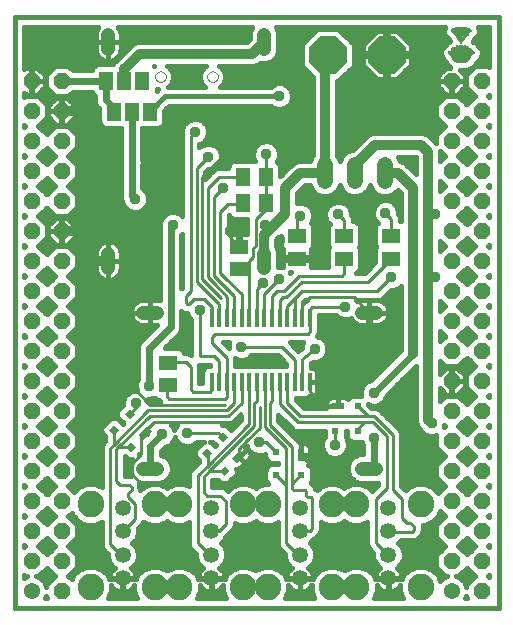
<source format=gbl>
G75*
%MOIN*%
%OFA0B0*%
%FSLAX24Y24*%
%IPPOS*%
%LPD*%
%AMOC8*
5,1,8,0,0,1.08239X$1,22.5*
%
%ADD10C,0.0160*%
%ADD11C,0.0540*%
%ADD12OC8,0.0540*%
%ADD13R,0.0312X0.0004*%
%ADD14R,0.0344X0.0004*%
%ADD15R,0.0368X0.0004*%
%ADD16R,0.0392X0.0004*%
%ADD17R,0.0408X0.0004*%
%ADD18R,0.0424X0.0004*%
%ADD19R,0.0432X0.0004*%
%ADD20R,0.0448X0.0004*%
%ADD21R,0.0456X0.0004*%
%ADD22R,0.0472X0.0004*%
%ADD23R,0.0480X0.0004*%
%ADD24R,0.0488X0.0004*%
%ADD25R,0.0496X0.0004*%
%ADD26R,0.0504X0.0004*%
%ADD27R,0.0512X0.0004*%
%ADD28R,0.0520X0.0004*%
%ADD29R,0.0528X0.0004*%
%ADD30R,0.0536X0.0004*%
%ADD31R,0.0536X0.0004*%
%ADD32R,0.0544X0.0004*%
%ADD33R,0.0552X0.0004*%
%ADD34R,0.0560X0.0004*%
%ADD35R,0.0560X0.0004*%
%ADD36R,0.0568X0.0004*%
%ADD37R,0.0576X0.0004*%
%ADD38R,0.0584X0.0004*%
%ADD39R,0.0592X0.0004*%
%ADD40R,0.0592X0.0004*%
%ADD41R,0.0600X0.0004*%
%ADD42R,0.0608X0.0004*%
%ADD43R,0.0608X0.0004*%
%ADD44R,0.0616X0.0004*%
%ADD45R,0.0624X0.0004*%
%ADD46R,0.0632X0.0004*%
%ADD47R,0.0632X0.0004*%
%ADD48R,0.0640X0.0004*%
%ADD49R,0.0648X0.0004*%
%ADD50R,0.0648X0.0004*%
%ADD51R,0.0656X0.0004*%
%ADD52R,0.0664X0.0004*%
%ADD53R,0.0664X0.0004*%
%ADD54R,0.0672X0.0004*%
%ADD55R,0.0680X0.0004*%
%ADD56R,0.0680X0.0004*%
%ADD57R,0.0688X0.0004*%
%ADD58R,0.0696X0.0004*%
%ADD59R,0.0700X0.0004*%
%ADD60R,0.0708X0.0004*%
%ADD61R,0.0716X0.0004*%
%ADD62R,0.0720X0.0004*%
%ADD63R,0.0720X0.0004*%
%ADD64R,0.0724X0.0004*%
%ADD65R,0.0808X0.0004*%
%ADD66R,0.0824X0.0004*%
%ADD67R,0.0832X0.0004*%
%ADD68R,0.0840X0.0004*%
%ADD69R,0.0848X0.0004*%
%ADD70R,0.0856X0.0004*%
%ADD71R,0.0860X0.0004*%
%ADD72R,0.0864X0.0004*%
%ADD73R,0.0864X0.0004*%
%ADD74R,0.0868X0.0004*%
%ADD75R,0.0872X0.0004*%
%ADD76R,0.0872X0.0004*%
%ADD77R,0.0860X0.0004*%
%ADD78R,0.0832X0.0004*%
%ADD79R,0.0824X0.0004*%
%ADD80R,0.0708X0.0004*%
%ADD81R,0.0712X0.0004*%
%ADD82R,0.0712X0.0004*%
%ADD83R,0.0700X0.0004*%
%ADD84R,0.0696X0.0004*%
%ADD85R,0.0692X0.0004*%
%ADD86R,0.0668X0.0004*%
%ADD87R,0.0660X0.0004*%
%ADD88R,0.0452X0.0004*%
%ADD89R,0.0188X0.0004*%
%ADD90R,0.0448X0.0004*%
%ADD91R,0.0440X0.0004*%
%ADD92R,0.0184X0.0004*%
%ADD93R,0.0432X0.0004*%
%ADD94R,0.0184X0.0004*%
%ADD95R,0.0424X0.0004*%
%ADD96R,0.0412X0.0004*%
%ADD97R,0.0128X0.0004*%
%ADD98R,0.0044X0.0004*%
%ADD99R,0.0400X0.0004*%
%ADD100R,0.0008X0.0004*%
%ADD101R,0.0388X0.0004*%
%ADD102R,0.0132X0.0004*%
%ADD103R,0.0360X0.0004*%
%ADD104R,0.0136X0.0004*%
%ADD105R,0.0340X0.0004*%
%ADD106R,0.0140X0.0004*%
%ADD107R,0.0328X0.0004*%
%ADD108R,0.0144X0.0004*%
%ADD109R,0.0324X0.0004*%
%ADD110R,0.0148X0.0004*%
%ADD111R,0.0320X0.0004*%
%ADD112R,0.0156X0.0004*%
%ADD113R,0.0316X0.0004*%
%ADD114R,0.0176X0.0004*%
%ADD115R,0.0080X0.0004*%
%ADD116R,0.0052X0.0004*%
%ADD117R,0.0380X0.0004*%
%ADD118R,0.0372X0.0004*%
%ADD119R,0.0356X0.0004*%
%ADD120R,0.0004X0.0004*%
%ADD121R,0.0308X0.0004*%
%ADD122R,0.0060X0.0004*%
%ADD123R,0.0240X0.0004*%
%ADD124R,0.0232X0.0004*%
%ADD125R,0.0044X0.0004*%
%ADD126R,0.0164X0.0004*%
%ADD127R,0.0056X0.0004*%
%ADD128R,0.0036X0.0004*%
%ADD129R,0.0156X0.0004*%
%ADD130R,0.0048X0.0004*%
%ADD131R,0.0024X0.0004*%
%ADD132R,0.0036X0.0004*%
%ADD133R,0.0016X0.0004*%
%ADD134R,0.0028X0.0004*%
%ADD135R,0.0012X0.0004*%
%ADD136R,0.0124X0.0004*%
%ADD137R,0.0108X0.0004*%
%ADD138R,0.0008X0.0004*%
%ADD139R,0.0092X0.0004*%
%ADD140R,0.0068X0.0004*%
%ADD141R,0.0008X0.0004*%
%ADD142R,0.0016X0.0004*%
%ADD143R,0.0024X0.0004*%
%ADD144R,0.0032X0.0004*%
%ADD145R,0.0032X0.0004*%
%ADD146R,0.0040X0.0004*%
%ADD147R,0.0056X0.0004*%
%ADD148R,0.0064X0.0004*%
%ADD149R,0.0072X0.0004*%
%ADD150R,0.0088X0.0004*%
%ADD151R,0.0096X0.0004*%
%ADD152R,0.0104X0.0004*%
%ADD153R,0.0112X0.0004*%
%ADD154R,0.0120X0.0004*%
%ADD155R,0.0124X0.0004*%
%ADD156R,0.0128X0.0004*%
%ADD157R,0.0144X0.0004*%
%ADD158R,0.0152X0.0004*%
%ADD159R,0.0152X0.0004*%
%ADD160R,0.0160X0.0004*%
%ADD161R,0.0168X0.0004*%
%ADD162R,0.0176X0.0004*%
%ADD163R,0.0184X0.0004*%
%ADD164R,0.0192X0.0004*%
%ADD165R,0.0200X0.0004*%
%ADD166R,0.0208X0.0004*%
%ADD167R,0.0216X0.0004*%
%ADD168R,0.0216X0.0004*%
%ADD169R,0.0224X0.0004*%
%ADD170R,0.0232X0.0004*%
%ADD171R,0.0240X0.0004*%
%ADD172R,0.0248X0.0004*%
%ADD173R,0.0256X0.0004*%
%ADD174R,0.0264X0.0004*%
%ADD175R,0.0272X0.0004*%
%ADD176R,0.0280X0.0004*%
%ADD177R,0.0288X0.0004*%
%ADD178R,0.0296X0.0004*%
%ADD179R,0.0304X0.0004*%
%ADD180R,0.0320X0.0004*%
%ADD181R,0.0328X0.0004*%
%ADD182R,0.0336X0.0004*%
%ADD183R,0.0336X0.0004*%
%ADD184R,0.0200X0.0004*%
%ADD185R,0.0128X0.0004*%
%ADD186R,0.0204X0.0004*%
%ADD187R,0.0216X0.0004*%
%ADD188R,0.0228X0.0004*%
%ADD189R,0.0416X0.0004*%
%ADD190R,0.0424X0.0004*%
%ADD191R,0.0428X0.0004*%
%ADD192R,0.0304X0.0004*%
%ADD193R,0.0180X0.0004*%
%ADD194R,0.0112X0.0004*%
%ADD195R,0.0176X0.0004*%
%ADD196R,0.0112X0.0004*%
%ADD197R,0.0132X0.0004*%
%ADD198R,0.0116X0.0004*%
%ADD199R,0.0332X0.0004*%
%ADD200R,0.0336X0.0004*%
%ADD201R,0.0480X0.0004*%
%ADD202R,0.0496X0.0004*%
%ADD203R,0.0512X0.0004*%
%ADD204R,0.0544X0.0004*%
%ADD205R,0.0208X0.0004*%
%ADD206R,0.0356X0.0004*%
%ADD207R,0.0208X0.0004*%
%ADD208R,0.0364X0.0004*%
%ADD209R,0.0212X0.0004*%
%ADD210R,0.0368X0.0004*%
%ADD211R,0.0220X0.0004*%
%ADD212R,0.0600X0.0004*%
%ADD213R,0.0356X0.0004*%
%ADD214R,0.0228X0.0004*%
%ADD215R,0.0236X0.0004*%
%ADD216R,0.0360X0.0004*%
%ADD217R,0.0368X0.0004*%
%ADD218R,0.0244X0.0004*%
%ADD219R,0.0252X0.0004*%
%ADD220R,0.0376X0.0004*%
%ADD221R,0.0672X0.0004*%
%ADD222R,0.0624X0.0004*%
%ADD223R,0.0596X0.0004*%
%ADD224R,0.0552X0.0004*%
%ADD225R,0.0456X0.0004*%
%ADD226R,0.0384X0.0004*%
%ADD227R,0.0352X0.0004*%
%ADD228R,0.0188X0.0004*%
%ADD229R,0.0108X0.0004*%
%ADD230R,0.0138X0.0591*%
%ADD231C,0.0000*%
%ADD232OC8,0.1250*%
%ADD233C,0.0472*%
%ADD234C,0.0540*%
%ADD235R,0.0591X0.0512*%
%ADD236R,0.0512X0.0591*%
%ADD237R,0.0394X0.0236*%
%ADD238R,0.0236X0.0236*%
%ADD239R,0.0236X0.0394*%
%ADD240R,0.0236X0.0236*%
%ADD241R,0.0460X0.0630*%
%ADD242C,0.0531*%
%ADD243C,0.0886*%
%ADD244C,0.0320*%
%ADD245C,0.0376*%
%ADD246C,0.0100*%
%ADD247C,0.0240*%
D10*
X001046Y004003D02*
X017188Y004003D01*
X017188Y023688D01*
X001046Y023688D01*
X001046Y004003D01*
X001366Y005006D02*
X001467Y005048D01*
X001405Y005048D01*
X001366Y005088D01*
X001366Y005006D01*
X001766Y005048D02*
X001828Y005048D01*
X002117Y005337D01*
X002395Y005058D01*
X002107Y004769D01*
X002107Y004708D01*
X002049Y004847D01*
X001906Y004990D01*
X001766Y005048D01*
X001892Y005112D02*
X002341Y005112D01*
X002291Y004954D02*
X001942Y004954D01*
X002070Y004795D02*
X002133Y004795D01*
X002107Y004408D02*
X002107Y004347D01*
X002131Y004323D01*
X002071Y004323D01*
X002107Y004408D01*
X002051Y005271D02*
X002183Y005271D01*
X002117Y005779D02*
X002395Y006058D01*
X002117Y006337D01*
X001838Y006058D01*
X002117Y005779D01*
X002242Y005905D02*
X001991Y005905D01*
X001843Y006063D02*
X002390Y006063D01*
X002232Y006222D02*
X002002Y006222D01*
X002117Y006779D02*
X002395Y007058D01*
X002117Y007337D01*
X001838Y007058D01*
X002117Y006779D01*
X002040Y006856D02*
X002193Y006856D01*
X002352Y007014D02*
X001882Y007014D01*
X001953Y007173D02*
X002281Y007173D01*
X002122Y007331D02*
X002111Y007331D01*
X002117Y007779D02*
X002395Y008058D01*
X002117Y008337D01*
X001838Y008058D01*
X002117Y007779D01*
X002144Y007807D02*
X002089Y007807D01*
X001931Y007965D02*
X002303Y007965D01*
X002330Y008124D02*
X001904Y008124D01*
X002062Y008282D02*
X002171Y008282D01*
X002117Y008779D02*
X002395Y009058D01*
X002117Y009337D01*
X001838Y009058D01*
X002117Y008779D01*
X001980Y008916D02*
X002254Y008916D01*
X002379Y009075D02*
X001855Y009075D01*
X002013Y009233D02*
X002220Y009233D01*
X002117Y009779D02*
X002395Y010058D01*
X002117Y010337D01*
X001838Y010058D01*
X002117Y009779D01*
X002029Y009867D02*
X002205Y009867D01*
X002363Y010026D02*
X001870Y010026D01*
X001964Y010184D02*
X002269Y010184D01*
X002117Y010779D02*
X002395Y011058D01*
X002117Y011337D01*
X001838Y011058D01*
X002117Y010779D01*
X002078Y010818D02*
X002156Y010818D01*
X002314Y010977D02*
X001919Y010977D01*
X001915Y011135D02*
X002318Y011135D01*
X002160Y011294D02*
X002074Y011294D01*
X002117Y011779D02*
X002395Y012058D01*
X002117Y012337D01*
X001838Y012058D01*
X002117Y011779D01*
X001968Y011928D02*
X002265Y011928D01*
X002367Y012086D02*
X001866Y012086D01*
X002025Y012245D02*
X002209Y012245D01*
X002117Y012779D02*
X002395Y013058D01*
X002117Y013337D01*
X001838Y013058D01*
X002117Y012779D01*
X002216Y012879D02*
X002017Y012879D01*
X001859Y013037D02*
X002375Y013037D01*
X002258Y013196D02*
X001976Y013196D01*
X001395Y013058D02*
X001366Y013028D01*
X001366Y013088D01*
X001395Y013058D01*
X001375Y013037D02*
X001366Y013037D01*
X001366Y012088D02*
X001395Y012058D01*
X001366Y012028D01*
X001366Y012088D01*
X001366Y012086D02*
X001367Y012086D01*
X001366Y011088D02*
X001395Y011058D01*
X001366Y011028D01*
X001366Y011088D01*
X001366Y010088D02*
X001395Y010058D01*
X001366Y010028D01*
X001366Y010088D01*
X001366Y009088D02*
X001395Y009058D01*
X001366Y009028D01*
X001366Y009088D01*
X001366Y009075D02*
X001379Y009075D01*
X001366Y008088D02*
X001395Y008058D01*
X001366Y008028D01*
X001366Y008088D01*
X001366Y007088D02*
X001395Y007058D01*
X001366Y007028D01*
X001366Y007088D01*
X001366Y006088D02*
X001395Y006058D01*
X001366Y006028D01*
X001366Y006088D01*
X001366Y006063D02*
X001390Y006063D01*
X002838Y006058D02*
X003127Y006347D01*
X003127Y006769D01*
X002838Y007058D01*
X002952Y007172D01*
X002998Y007061D01*
X003190Y006869D01*
X003441Y006765D01*
X003713Y006765D01*
X003945Y006861D01*
X003945Y006063D01*
X003989Y005957D01*
X004071Y005875D01*
X004142Y005803D01*
X004142Y005666D01*
X004219Y005480D01*
X004362Y005338D01*
X004376Y005332D01*
X004358Y005319D01*
X004308Y005270D01*
X004267Y005213D01*
X004235Y005150D01*
X004213Y005084D01*
X004202Y005014D01*
X004202Y004988D01*
X004640Y004988D01*
X004640Y004971D01*
X004657Y004971D01*
X004657Y004988D01*
X005094Y004988D01*
X005094Y005014D01*
X005083Y005084D01*
X005061Y005150D01*
X005029Y005213D01*
X004988Y005270D01*
X004939Y005319D01*
X004921Y005332D01*
X004935Y005338D01*
X005077Y005480D01*
X005154Y005666D01*
X005154Y005867D01*
X005077Y006053D01*
X004970Y006160D01*
X005077Y006268D01*
X005154Y006454D01*
X005154Y006650D01*
X005307Y006803D01*
X005334Y006868D01*
X005583Y006765D01*
X005855Y006765D01*
X006106Y006869D01*
X006125Y006888D01*
X006143Y006869D01*
X006394Y006765D01*
X006666Y006765D01*
X006858Y006845D01*
X006858Y006103D01*
X006902Y005996D01*
X007095Y005803D01*
X007095Y005666D01*
X007172Y005480D01*
X007314Y005338D01*
X007328Y005332D01*
X007311Y005319D01*
X007261Y005270D01*
X007220Y005213D01*
X007188Y005150D01*
X007166Y005084D01*
X007155Y005014D01*
X007155Y004988D01*
X007592Y004988D01*
X007592Y004971D01*
X007155Y004971D01*
X007155Y004967D01*
X007109Y005079D01*
X006917Y005271D01*
X006666Y005375D01*
X006394Y005375D01*
X006143Y005271D01*
X006125Y005252D01*
X006106Y005271D01*
X005855Y005375D01*
X005583Y005375D01*
X005332Y005271D01*
X005140Y005079D01*
X005094Y004967D01*
X005094Y004971D01*
X004657Y004971D01*
X004657Y004534D01*
X004683Y004534D01*
X004753Y004545D01*
X004819Y004566D01*
X004882Y004598D01*
X004939Y004639D01*
X004988Y004689D01*
X005029Y004746D01*
X005036Y004759D01*
X005036Y004556D01*
X005133Y004323D01*
X004164Y004323D01*
X004260Y004556D01*
X004260Y004759D01*
X004267Y004746D01*
X004308Y004689D01*
X004358Y004639D01*
X004415Y004598D01*
X004477Y004566D01*
X004544Y004545D01*
X004613Y004534D01*
X004640Y004534D01*
X004640Y004971D01*
X004202Y004971D01*
X004202Y004967D01*
X004156Y005079D01*
X003964Y005271D01*
X004309Y005271D01*
X004270Y005429D02*
X003127Y005429D01*
X003127Y005347D02*
X003127Y005769D01*
X002838Y006058D01*
X002843Y006063D02*
X003945Y006063D01*
X003945Y006222D02*
X003002Y006222D01*
X003127Y006380D02*
X003945Y006380D01*
X003945Y006539D02*
X003127Y006539D01*
X003127Y006697D02*
X003945Y006697D01*
X003933Y006856D02*
X003945Y006856D01*
X003222Y006856D02*
X003040Y006856D01*
X003045Y007014D02*
X002882Y007014D01*
X003030Y007866D02*
X002838Y008058D01*
X003127Y008347D01*
X003127Y008769D01*
X002838Y009058D01*
X003127Y009347D01*
X003127Y009769D01*
X002838Y010058D01*
X003127Y010347D01*
X003127Y010769D01*
X002838Y011058D01*
X003127Y011347D01*
X003127Y011769D01*
X002838Y012058D01*
X003127Y012347D01*
X003127Y012769D01*
X002838Y013058D01*
X003127Y013347D01*
X003127Y013769D01*
X002838Y014058D01*
X003127Y014347D01*
X003127Y014769D01*
X002838Y015058D01*
X003127Y015347D01*
X003127Y015769D01*
X002828Y016068D01*
X002405Y016068D01*
X002117Y015779D01*
X001838Y016058D01*
X002127Y016347D01*
X002127Y016769D01*
X001838Y017058D01*
X002117Y017337D01*
X002405Y017048D01*
X002828Y017048D01*
X003127Y017347D01*
X003127Y017769D01*
X002838Y018058D01*
X003127Y018347D01*
X003127Y018769D01*
X002838Y019058D01*
X003127Y019347D01*
X003127Y019769D01*
X002828Y020068D01*
X002405Y020068D01*
X002117Y019779D01*
X001838Y020058D01*
X002127Y020347D01*
X002127Y020769D01*
X001828Y021068D01*
X001405Y021068D01*
X001366Y021028D01*
X001366Y021173D01*
X001430Y021108D01*
X001607Y021108D01*
X001607Y021548D01*
X001627Y021548D01*
X001627Y021568D01*
X002067Y021568D01*
X002067Y021744D01*
X001803Y022008D01*
X001627Y022008D01*
X001627Y021568D01*
X001607Y021568D01*
X001607Y022008D01*
X001430Y022008D01*
X001366Y021944D01*
X001366Y023368D01*
X003838Y023368D01*
X003806Y023323D01*
X003776Y023265D01*
X003756Y023203D01*
X003745Y023138D01*
X003745Y022869D01*
X003745Y022600D01*
X003756Y022535D01*
X003776Y022473D01*
X003806Y022415D01*
X003844Y022362D01*
X003890Y022315D01*
X003943Y022277D01*
X004002Y022247D01*
X004064Y022227D01*
X004129Y022217D01*
X004162Y022217D01*
X004194Y022217D01*
X004259Y022227D01*
X004321Y022247D01*
X004380Y022277D01*
X004433Y022315D01*
X004479Y022362D01*
X004518Y022415D01*
X004547Y022473D01*
X004568Y022535D01*
X004578Y022600D01*
X004578Y022869D01*
X004162Y022869D01*
X004162Y022869D01*
X004578Y022869D01*
X004578Y023138D01*
X004568Y023203D01*
X004547Y023265D01*
X004518Y023323D01*
X004485Y023368D01*
X008955Y023368D01*
X008885Y023200D01*
X008885Y022959D01*
X008794Y022868D01*
X005139Y022868D01*
X004992Y022807D01*
X004481Y022295D01*
X004368Y022182D01*
X004341Y022117D01*
X003829Y022117D01*
X003741Y022080D01*
X003674Y022013D01*
X003637Y021925D01*
X003637Y021918D01*
X002978Y021918D01*
X002828Y022068D01*
X002405Y022068D01*
X002107Y021769D01*
X002107Y021347D01*
X002405Y021048D01*
X002828Y021048D01*
X002978Y021198D01*
X003638Y021198D01*
X003674Y021111D01*
X003717Y021068D01*
X003717Y020860D01*
X003772Y020728D01*
X003873Y020627D01*
X003873Y020627D01*
X003873Y020176D01*
X003910Y020087D01*
X003977Y020020D01*
X004066Y019983D01*
X004583Y019983D01*
X004583Y017672D01*
X004633Y017551D01*
X004633Y017540D01*
X004699Y017382D01*
X004819Y017262D01*
X004976Y017197D01*
X005147Y017197D01*
X005304Y017262D01*
X005424Y017382D01*
X005490Y017540D01*
X005490Y017710D01*
X005424Y017868D01*
X005304Y017988D01*
X005303Y017988D01*
X005303Y018767D01*
X005312Y018788D01*
X005312Y018903D01*
X005303Y018924D01*
X005303Y019983D01*
X005821Y019983D01*
X005909Y020020D01*
X005977Y020087D01*
X006013Y020176D01*
X006013Y020556D01*
X006188Y020730D01*
X009579Y020730D01*
X009622Y020687D01*
X009780Y020622D01*
X009950Y020622D01*
X010107Y020687D01*
X010228Y020808D01*
X010293Y020965D01*
X010293Y021135D01*
X010228Y021293D01*
X010107Y021413D01*
X009950Y021478D01*
X009780Y021478D01*
X009622Y021413D01*
X009579Y021370D01*
X007901Y021370D01*
X007994Y021464D01*
X008058Y021617D01*
X008058Y021783D01*
X007994Y021936D01*
X007877Y022053D01*
X007843Y022068D01*
X009040Y022068D01*
X009187Y022128D01*
X009230Y022172D01*
X009267Y022157D01*
X009456Y022157D01*
X009631Y022229D01*
X009765Y022363D01*
X009838Y022538D01*
X009838Y023200D01*
X009768Y023368D01*
X015394Y023368D01*
X015361Y023289D01*
X015361Y023185D01*
X015397Y023097D01*
X015403Y023092D01*
X015405Y023085D01*
X015415Y023076D01*
X015417Y023069D01*
X015421Y023065D01*
X015421Y023065D01*
X015427Y023060D01*
X015429Y023053D01*
X015437Y023045D01*
X015439Y023044D01*
X015441Y023037D01*
X015451Y023028D01*
X015453Y023021D01*
X015463Y023012D01*
X015465Y023005D01*
X015475Y022996D01*
X015477Y022989D01*
X015481Y022985D01*
X015487Y022980D01*
X015489Y022973D01*
X015497Y022965D01*
X015499Y022964D01*
X015501Y022957D01*
X015507Y022952D01*
X015509Y022945D01*
X015523Y022932D01*
X015525Y022925D01*
X015531Y022920D01*
X015533Y022913D01*
X015541Y022905D01*
X015543Y022904D01*
X015545Y022897D01*
X015555Y022888D01*
X015556Y022884D01*
X015537Y022876D01*
X015536Y022875D01*
X015529Y022872D01*
X015528Y022871D01*
X015521Y022868D01*
X015520Y022867D01*
X015513Y022864D01*
X015508Y022859D01*
X015501Y022856D01*
X015493Y022848D01*
X015425Y022781D01*
X015421Y022777D01*
X015417Y022773D01*
X015413Y022769D01*
X015411Y022762D01*
X015409Y022761D01*
X015405Y022757D01*
X015403Y022750D01*
X015401Y022749D01*
X015399Y022742D01*
X015397Y022741D01*
X015392Y022727D01*
X015325Y022661D01*
X015313Y022649D01*
X015309Y022645D01*
X015307Y022638D01*
X015305Y022637D01*
X015269Y022549D01*
X015269Y022546D01*
X015265Y022537D01*
X015265Y022429D01*
X015269Y022420D01*
X015269Y022413D01*
X015305Y022325D01*
X015307Y022324D01*
X015309Y022317D01*
X015321Y022305D01*
X015389Y022237D01*
X015393Y022233D01*
X015400Y022231D01*
X015401Y022229D01*
X015402Y022228D01*
X015413Y022201D01*
X015415Y022200D01*
X015417Y022193D01*
X015419Y022192D01*
X015421Y022185D01*
X015423Y022184D01*
X015425Y022177D01*
X015427Y022176D01*
X015429Y022169D01*
X015431Y022168D01*
X015433Y022161D01*
X015435Y022160D01*
X015437Y022153D01*
X015439Y022152D01*
X015441Y022145D01*
X015447Y022140D01*
X015449Y022133D01*
X015455Y022128D01*
X015457Y022121D01*
X015467Y022112D01*
X015469Y022105D01*
X015489Y022085D01*
X015557Y022017D01*
X015561Y022013D01*
X015565Y022009D01*
X015566Y022008D01*
X015430Y022008D01*
X015167Y021744D01*
X015167Y021568D01*
X015607Y021568D01*
X015607Y021548D01*
X015627Y021548D01*
X015627Y021568D01*
X016067Y021568D01*
X016067Y021744D01*
X015878Y021933D01*
X016145Y021933D01*
X016154Y021937D01*
X016161Y021937D01*
X016170Y021941D01*
X016173Y021941D01*
X016182Y021945D01*
X016185Y021945D01*
X016273Y021981D01*
X016274Y021983D01*
X016281Y021985D01*
X016282Y021987D01*
X016289Y021989D01*
X016293Y021993D01*
X016294Y021995D01*
X016301Y021997D01*
X016306Y022003D01*
X016313Y022005D01*
X016317Y022009D01*
X016321Y022013D01*
X016325Y022017D01*
X016392Y022085D01*
X016412Y022105D01*
X016415Y022112D01*
X016424Y022121D01*
X016427Y022128D01*
X016432Y022133D01*
X016435Y022140D01*
X016440Y022145D01*
X016443Y022152D01*
X016444Y022153D01*
X016447Y022160D01*
X016448Y022161D01*
X016451Y022168D01*
X016452Y022169D01*
X016455Y022176D01*
X016456Y022177D01*
X016459Y022184D01*
X016460Y022185D01*
X016463Y022192D01*
X016464Y022193D01*
X016467Y022200D01*
X016468Y022201D01*
X016480Y022228D01*
X016480Y022229D01*
X016480Y022229D01*
X016481Y022229D01*
X016482Y022231D01*
X016489Y022233D01*
X016493Y022237D01*
X016509Y022253D01*
X016576Y022321D01*
X016613Y022409D01*
X016613Y022412D01*
X016617Y022421D01*
X016617Y022429D01*
X016617Y022429D01*
X016617Y022537D01*
X016617Y022541D01*
X016613Y022550D01*
X016613Y022553D01*
X016576Y022641D01*
X016509Y022708D01*
X016509Y022708D01*
X016489Y022728D01*
X016489Y022728D01*
X016481Y022736D01*
X016464Y022777D01*
X016397Y022844D01*
X016320Y022876D01*
X016324Y022881D01*
X016327Y022888D01*
X016336Y022897D01*
X016339Y022904D01*
X016348Y022913D01*
X016351Y022920D01*
X016356Y022925D01*
X016356Y022925D01*
X016360Y022929D01*
X016363Y022936D01*
X016372Y022945D01*
X016375Y022952D01*
X016380Y022957D01*
X016383Y022964D01*
X016384Y022965D01*
X016392Y022973D01*
X016395Y022980D01*
X016400Y022985D01*
X016404Y022989D01*
X016407Y022996D01*
X016416Y023005D01*
X016419Y023012D01*
X016428Y023021D01*
X016431Y023028D01*
X016440Y023037D01*
X016443Y023044D01*
X016444Y023045D01*
X016452Y023053D01*
X016455Y023060D01*
X016460Y023065D01*
X016460Y023065D01*
X016464Y023069D01*
X016467Y023076D01*
X016476Y023085D01*
X016479Y023092D01*
X016484Y023097D01*
X016521Y023185D01*
X016521Y023289D01*
X016488Y023368D01*
X016868Y023368D01*
X016868Y022028D01*
X016828Y022068D01*
X016405Y022068D01*
X016107Y021769D01*
X016107Y021347D01*
X016395Y021058D01*
X016117Y020779D01*
X015828Y021068D01*
X015405Y021068D01*
X015107Y020769D01*
X015107Y020347D01*
X015395Y020058D01*
X015107Y019769D01*
X015107Y019484D01*
X015052Y019539D01*
X014816Y019775D01*
X014669Y019836D01*
X012974Y019836D01*
X012827Y019775D01*
X012323Y019271D01*
X012283Y019271D01*
X012095Y019193D01*
X011952Y019050D01*
X011884Y018887D01*
X011817Y019050D01*
X011784Y019082D01*
X011784Y021563D01*
X011837Y021563D01*
X012344Y022070D01*
X012344Y022786D01*
X011837Y023293D01*
X011121Y023293D01*
X010614Y022786D01*
X010614Y022070D01*
X010984Y021699D01*
X010984Y019082D01*
X010952Y019050D01*
X010886Y018891D01*
X010494Y018891D01*
X010347Y018830D01*
X010234Y018718D01*
X009908Y018391D01*
X009908Y018716D01*
X009871Y018804D01*
X009804Y018872D01*
X009792Y018876D01*
X009795Y018879D01*
X009860Y019036D01*
X009860Y019206D01*
X009795Y019364D01*
X009674Y019484D01*
X009517Y019549D01*
X009346Y019549D01*
X009189Y019484D01*
X009069Y019364D01*
X009004Y019206D01*
X009004Y019036D01*
X009064Y018890D01*
X009038Y018879D01*
X008968Y018908D01*
X008360Y018908D01*
X008272Y018872D01*
X008205Y018804D01*
X008168Y018716D01*
X008168Y018663D01*
X007907Y018663D01*
X007899Y018666D01*
X007849Y018663D01*
X007799Y018663D01*
X007792Y018660D01*
X007784Y018660D01*
X007739Y018638D01*
X007693Y018619D01*
X007687Y018613D01*
X007680Y018610D01*
X007646Y018573D01*
X007611Y018537D01*
X007608Y018530D01*
X007399Y018298D01*
X007399Y018528D01*
X007485Y018614D01*
X007588Y018614D01*
X007745Y018679D01*
X007865Y018800D01*
X007931Y018957D01*
X007931Y019127D01*
X007865Y019285D01*
X007745Y019405D01*
X007588Y019470D01*
X007417Y019470D01*
X007260Y019405D01*
X007202Y019347D01*
X007202Y019461D01*
X007312Y019506D01*
X007432Y019627D01*
X007498Y019784D01*
X007498Y019954D01*
X007432Y020112D01*
X007312Y020232D01*
X007155Y020297D01*
X006984Y020297D01*
X006827Y020232D01*
X006706Y020112D01*
X006641Y019954D01*
X006641Y019816D01*
X006622Y019769D01*
X006622Y017064D01*
X006564Y017122D01*
X006407Y017187D01*
X006236Y017187D01*
X006079Y017122D01*
X005958Y017001D01*
X005893Y016844D01*
X005893Y016777D01*
X005883Y016752D01*
X005883Y014248D01*
X005834Y014256D01*
X005565Y014256D01*
X005565Y013840D01*
X005565Y013840D01*
X005565Y013424D01*
X005784Y013424D01*
X005229Y012868D01*
X005174Y012736D01*
X005174Y011650D01*
X005171Y011647D01*
X005106Y011490D01*
X005106Y011319D01*
X005138Y011242D01*
X005016Y011242D01*
X004858Y011177D01*
X004738Y011056D01*
X004673Y010899D01*
X004673Y010768D01*
X004506Y010601D01*
X004469Y010513D01*
X004469Y010418D01*
X004506Y010329D01*
X004671Y010164D01*
X004648Y010142D01*
X004483Y010307D01*
X004395Y010343D01*
X004300Y010343D01*
X004211Y010307D01*
X003977Y010072D01*
X003940Y009984D01*
X003940Y009889D01*
X003977Y009800D01*
X004057Y009720D01*
X004057Y009551D01*
X003989Y009482D01*
X003945Y009376D01*
X003945Y008035D01*
X003713Y008131D01*
X003441Y008131D01*
X003190Y008027D01*
X003030Y007866D01*
X002931Y007965D02*
X003129Y007965D01*
X002904Y008124D02*
X003425Y008124D01*
X003369Y008216D02*
X003644Y008216D01*
X003730Y008124D02*
X003945Y008124D01*
X003945Y008282D02*
X003062Y008282D01*
X003127Y008441D02*
X003945Y008441D01*
X003945Y008599D02*
X003127Y008599D01*
X003127Y008758D02*
X003945Y008758D01*
X003945Y008916D02*
X002980Y008916D01*
X002855Y009075D02*
X003945Y009075D01*
X003945Y009233D02*
X003013Y009233D01*
X003127Y009392D02*
X003952Y009392D01*
X004057Y009550D02*
X003127Y009550D01*
X003127Y009709D02*
X004057Y009709D01*
X003949Y009867D02*
X003029Y009867D01*
X002870Y010026D02*
X003958Y010026D01*
X004089Y010184D02*
X002964Y010184D01*
X003123Y010343D02*
X004299Y010343D01*
X004396Y010343D02*
X004500Y010343D01*
X004469Y010501D02*
X003127Y010501D01*
X003127Y010660D02*
X004565Y010660D01*
X004673Y010818D02*
X003078Y010818D01*
X002919Y010977D02*
X004705Y010977D01*
X004817Y011135D02*
X002915Y011135D01*
X003074Y011294D02*
X005116Y011294D01*
X005106Y011452D02*
X003127Y011452D01*
X003127Y011611D02*
X005156Y011611D01*
X005174Y011769D02*
X003127Y011769D01*
X002968Y011928D02*
X005174Y011928D01*
X005174Y012086D02*
X002866Y012086D01*
X003025Y012245D02*
X005174Y012245D01*
X005174Y012403D02*
X003127Y012403D01*
X003127Y012562D02*
X005174Y012562D01*
X005174Y012720D02*
X003127Y012720D01*
X003017Y012879D02*
X005239Y012879D01*
X005398Y013037D02*
X002859Y013037D01*
X002976Y013196D02*
X005556Y013196D01*
X005715Y013354D02*
X003127Y013354D01*
X003127Y013513D02*
X005070Y013513D01*
X005057Y013522D02*
X005110Y013484D01*
X005169Y013454D01*
X005231Y013434D01*
X005296Y013424D01*
X005565Y013424D01*
X005565Y013840D01*
X005565Y013840D01*
X005565Y014256D01*
X005296Y014256D01*
X005231Y014246D01*
X005169Y014226D01*
X005110Y014196D01*
X005057Y014157D01*
X005011Y014111D01*
X004972Y014058D01*
X004943Y014000D01*
X004923Y013937D01*
X004912Y013873D01*
X004912Y013840D01*
X005565Y013840D01*
X005565Y013840D01*
X004912Y013840D01*
X004912Y013807D01*
X004923Y013742D01*
X004943Y013680D01*
X004972Y013622D01*
X005011Y013569D01*
X005057Y013522D01*
X004947Y013671D02*
X003127Y013671D01*
X003066Y013830D02*
X004912Y013830D01*
X004939Y013988D02*
X002908Y013988D01*
X002927Y014147D02*
X005047Y014147D01*
X005565Y014147D02*
X005565Y014147D01*
X005565Y013988D02*
X005565Y013988D01*
X005565Y013830D02*
X005565Y013830D01*
X005565Y013671D02*
X005565Y013671D01*
X005565Y013513D02*
X005565Y013513D01*
X006099Y012720D02*
X006937Y012720D01*
X006937Y012562D02*
X006664Y012562D01*
X006663Y012564D02*
X006595Y012632D01*
X006507Y012668D01*
X006047Y012668D01*
X006447Y013068D01*
X006548Y013169D01*
X006603Y013301D01*
X006603Y013902D01*
X006630Y013875D01*
X006736Y013831D01*
X006802Y013831D01*
X006864Y013682D01*
X006937Y013609D01*
X006937Y012420D01*
X006919Y012438D01*
X006812Y012482D01*
X006697Y012482D01*
X006663Y012564D01*
X006937Y012879D02*
X006258Y012879D01*
X006416Y013037D02*
X006937Y013037D01*
X006937Y013196D02*
X006559Y013196D01*
X006603Y013354D02*
X006937Y013354D01*
X006937Y013513D02*
X006603Y013513D01*
X006603Y013671D02*
X006874Y013671D01*
X006803Y013830D02*
X006603Y013830D01*
X006603Y014655D02*
X006622Y014674D01*
X006622Y016454D01*
X006603Y016435D01*
X006603Y014655D01*
X006603Y014781D02*
X006622Y014781D01*
X006622Y014939D02*
X006603Y014939D01*
X006603Y015098D02*
X006622Y015098D01*
X006622Y015256D02*
X006603Y015256D01*
X006603Y015415D02*
X006622Y015415D01*
X006622Y015573D02*
X006603Y015573D01*
X006603Y015732D02*
X006622Y015732D01*
X006622Y015890D02*
X006603Y015890D01*
X006603Y016049D02*
X006622Y016049D01*
X006622Y016207D02*
X006603Y016207D01*
X006603Y016366D02*
X006622Y016366D01*
X005883Y016366D02*
X003061Y016366D01*
X003067Y016372D02*
X003067Y016548D01*
X002627Y016548D01*
X002627Y016568D01*
X003067Y016568D01*
X003067Y016744D01*
X002803Y017008D01*
X002627Y017008D01*
X002627Y016568D01*
X002607Y016568D01*
X002607Y017008D01*
X002430Y017008D01*
X002167Y016744D01*
X002167Y016568D01*
X002607Y016568D01*
X002607Y016548D01*
X002627Y016548D01*
X002627Y016108D01*
X002803Y016108D01*
X003067Y016372D01*
X003067Y016524D02*
X005883Y016524D01*
X005883Y016683D02*
X003067Y016683D01*
X002970Y016841D02*
X005893Y016841D01*
X005958Y017000D02*
X002811Y017000D01*
X002627Y017000D02*
X002607Y017000D01*
X002607Y016841D02*
X002627Y016841D01*
X002627Y016683D02*
X002607Y016683D01*
X002607Y016548D02*
X002167Y016548D01*
X002167Y016372D01*
X002430Y016108D01*
X002607Y016108D01*
X002607Y016548D01*
X002607Y016524D02*
X002627Y016524D01*
X002627Y016366D02*
X002607Y016366D01*
X002607Y016207D02*
X002627Y016207D01*
X002847Y016049D02*
X003824Y016049D01*
X003806Y016023D02*
X003776Y015965D01*
X003756Y015903D01*
X003745Y015838D01*
X003745Y015569D01*
X003745Y015300D01*
X003756Y015235D01*
X003776Y015173D01*
X003806Y015115D01*
X003844Y015062D01*
X003890Y015015D01*
X003943Y014977D01*
X004002Y014947D01*
X004064Y014927D01*
X004129Y014917D01*
X004162Y014917D01*
X004194Y014917D01*
X004259Y014927D01*
X004321Y014947D01*
X004380Y014977D01*
X004433Y015015D01*
X004479Y015062D01*
X004518Y015115D01*
X004547Y015173D01*
X004568Y015235D01*
X004578Y015300D01*
X004578Y015569D01*
X004162Y015569D01*
X004162Y015569D01*
X004578Y015569D01*
X004578Y015838D01*
X004568Y015903D01*
X004547Y015965D01*
X004518Y016023D01*
X004479Y016076D01*
X004433Y016123D01*
X004380Y016161D01*
X004321Y016191D01*
X004259Y016211D01*
X004194Y016222D01*
X004162Y016222D01*
X004162Y015569D01*
X004162Y014917D01*
X004162Y015569D01*
X004162Y015569D01*
X004162Y015569D01*
X004162Y016222D01*
X004129Y016222D01*
X004064Y016211D01*
X004002Y016191D01*
X003943Y016161D01*
X003890Y016123D01*
X003844Y016076D01*
X003806Y016023D01*
X003754Y015890D02*
X003006Y015890D01*
X003127Y015732D02*
X003745Y015732D01*
X003745Y015573D02*
X003127Y015573D01*
X003127Y015415D02*
X003745Y015415D01*
X003745Y015569D02*
X004162Y015569D01*
X004162Y015569D01*
X003745Y015569D01*
X003752Y015256D02*
X003036Y015256D01*
X002878Y015098D02*
X003818Y015098D01*
X004025Y014939D02*
X002957Y014939D01*
X003115Y014781D02*
X005883Y014781D01*
X005883Y014939D02*
X004298Y014939D01*
X004162Y014939D02*
X004162Y014939D01*
X004162Y015098D02*
X004162Y015098D01*
X004162Y015256D02*
X004162Y015256D01*
X004162Y015415D02*
X004162Y015415D01*
X004162Y015573D02*
X004162Y015573D01*
X004162Y015732D02*
X004162Y015732D01*
X004162Y015890D02*
X004162Y015890D01*
X004162Y016049D02*
X004162Y016049D01*
X004162Y016207D02*
X004162Y016207D01*
X004271Y016207D02*
X005883Y016207D01*
X005883Y016049D02*
X004499Y016049D01*
X004569Y015890D02*
X005883Y015890D01*
X005883Y015732D02*
X004578Y015732D01*
X004578Y015573D02*
X005883Y015573D01*
X005883Y015415D02*
X004578Y015415D01*
X004571Y015256D02*
X005883Y015256D01*
X005883Y015098D02*
X004505Y015098D01*
X004052Y016207D02*
X002902Y016207D01*
X002386Y016049D02*
X001847Y016049D01*
X001987Y016207D02*
X002331Y016207D01*
X002172Y016366D02*
X002127Y016366D01*
X002127Y016524D02*
X002167Y016524D01*
X002167Y016683D02*
X002127Y016683D01*
X002055Y016841D02*
X002264Y016841D01*
X002422Y017000D02*
X001896Y017000D01*
X001938Y017158D02*
X002295Y017158D01*
X002137Y017317D02*
X002097Y017317D01*
X002117Y017779D02*
X002395Y018058D01*
X002117Y018337D01*
X001838Y018058D01*
X002117Y017779D01*
X002104Y017792D02*
X002130Y017792D01*
X002288Y017951D02*
X001945Y017951D01*
X001889Y018109D02*
X002344Y018109D01*
X002186Y018268D02*
X002048Y018268D01*
X002117Y018779D02*
X002395Y019058D01*
X002117Y019337D01*
X001838Y019058D01*
X002117Y018779D01*
X001994Y018902D02*
X002239Y018902D01*
X002393Y019060D02*
X001840Y019060D01*
X001999Y019219D02*
X002235Y019219D01*
X002840Y019060D02*
X004583Y019060D01*
X004583Y018902D02*
X002994Y018902D01*
X003127Y018743D02*
X004583Y018743D01*
X004583Y018585D02*
X003127Y018585D01*
X003127Y018426D02*
X004583Y018426D01*
X004583Y018268D02*
X003048Y018268D01*
X002889Y018109D02*
X004583Y018109D01*
X004583Y017951D02*
X002945Y017951D01*
X003104Y017792D02*
X004583Y017792D01*
X004599Y017634D02*
X003127Y017634D01*
X003127Y017475D02*
X004660Y017475D01*
X004764Y017317D02*
X003097Y017317D01*
X002938Y017158D02*
X006167Y017158D01*
X006475Y017158D02*
X006622Y017158D01*
X006622Y017317D02*
X005359Y017317D01*
X005463Y017475D02*
X006622Y017475D01*
X006622Y017634D02*
X005490Y017634D01*
X005456Y017792D02*
X006622Y017792D01*
X006622Y017951D02*
X005341Y017951D01*
X005303Y018109D02*
X006622Y018109D01*
X006622Y018268D02*
X005303Y018268D01*
X005303Y018426D02*
X006622Y018426D01*
X006622Y018585D02*
X005303Y018585D01*
X005303Y018743D02*
X006622Y018743D01*
X006622Y018902D02*
X005312Y018902D01*
X005303Y019060D02*
X006622Y019060D01*
X006622Y019219D02*
X005303Y019219D01*
X005303Y019377D02*
X006622Y019377D01*
X006622Y019536D02*
X005303Y019536D01*
X005303Y019694D02*
X006622Y019694D01*
X006641Y019853D02*
X005303Y019853D01*
X005889Y020011D02*
X006665Y020011D01*
X006765Y020170D02*
X006011Y020170D01*
X006013Y020328D02*
X010984Y020328D01*
X010984Y020170D02*
X007374Y020170D01*
X007474Y020011D02*
X010984Y020011D01*
X010984Y019853D02*
X007498Y019853D01*
X007460Y019694D02*
X010984Y019694D01*
X010984Y019536D02*
X009549Y019536D01*
X009781Y019377D02*
X010984Y019377D01*
X010984Y019219D02*
X009854Y019219D01*
X009860Y019060D02*
X010962Y019060D01*
X010891Y018902D02*
X009804Y018902D01*
X009896Y018743D02*
X010260Y018743D01*
X010102Y018585D02*
X009908Y018585D01*
X009908Y018426D02*
X009943Y018426D01*
X010462Y017814D02*
X010739Y018091D01*
X010886Y018091D01*
X010952Y017932D01*
X011095Y017789D01*
X011283Y017711D01*
X011486Y017711D01*
X011673Y017789D01*
X011817Y017932D01*
X011884Y018096D01*
X011952Y017932D01*
X012095Y017789D01*
X012283Y017711D01*
X012486Y017711D01*
X012673Y017789D01*
X012817Y017932D01*
X012884Y018096D01*
X012952Y017932D01*
X013095Y017789D01*
X013283Y017711D01*
X013486Y017711D01*
X013673Y017789D01*
X013814Y017929D01*
X013914Y017829D01*
X013914Y016881D01*
X013895Y016881D01*
X013895Y017013D01*
X013851Y017120D01*
X013836Y017135D01*
X013836Y017238D01*
X013771Y017395D01*
X013651Y017515D01*
X013493Y017581D01*
X013323Y017581D01*
X013165Y017515D01*
X013045Y017395D01*
X012980Y017238D01*
X012980Y017067D01*
X013045Y016910D01*
X013142Y016813D01*
X013106Y016777D01*
X013070Y016688D01*
X013070Y016081D01*
X013099Y016011D01*
X013070Y015940D01*
X013070Y015512D01*
X012717Y015159D01*
X012417Y015159D01*
X012461Y015177D01*
X012529Y015245D01*
X012565Y015333D01*
X012565Y015940D01*
X012536Y016011D01*
X012565Y016081D01*
X012565Y016688D01*
X012529Y016777D01*
X012461Y016844D01*
X012373Y016881D01*
X012320Y016881D01*
X012320Y016974D01*
X012276Y017081D01*
X012261Y017095D01*
X012261Y017198D01*
X012196Y017356D01*
X012076Y017476D01*
X011918Y017541D01*
X011748Y017541D01*
X011591Y017476D01*
X011470Y017356D01*
X011405Y017198D01*
X011405Y017028D01*
X011470Y016871D01*
X011548Y016793D01*
X011531Y016777D01*
X011495Y016688D01*
X011495Y016081D01*
X011524Y016011D01*
X011495Y015940D01*
X011495Y015356D01*
X010930Y015356D01*
X010931Y015357D01*
X010931Y015589D01*
X010503Y015589D01*
X010503Y015685D01*
X010931Y015685D01*
X010931Y015916D01*
X010919Y015958D01*
X010954Y015993D01*
X010991Y016081D01*
X010991Y016688D01*
X010954Y016777D01*
X010918Y016813D01*
X010936Y016831D01*
X011001Y016989D01*
X011001Y017159D01*
X010936Y017316D01*
X010816Y017437D01*
X010659Y017502D01*
X010488Y017502D01*
X010462Y017491D01*
X010462Y017814D01*
X010462Y017792D02*
X011092Y017792D01*
X010944Y017951D02*
X010599Y017951D01*
X010462Y017634D02*
X013914Y017634D01*
X013914Y017792D02*
X013677Y017792D01*
X013691Y017475D02*
X013914Y017475D01*
X013914Y017317D02*
X013803Y017317D01*
X013836Y017158D02*
X013914Y017158D01*
X013914Y017000D02*
X013895Y017000D01*
X013114Y016841D02*
X012464Y016841D01*
X012565Y016683D02*
X013070Y016683D01*
X013070Y016524D02*
X012565Y016524D01*
X012565Y016366D02*
X013070Y016366D01*
X013070Y016207D02*
X012565Y016207D01*
X012552Y016049D02*
X013083Y016049D01*
X013070Y015890D02*
X012565Y015890D01*
X012565Y015732D02*
X013070Y015732D01*
X013070Y015573D02*
X012565Y015573D01*
X012565Y015415D02*
X012973Y015415D01*
X012814Y015256D02*
X012534Y015256D01*
X012441Y014264D02*
X013190Y014264D01*
X013297Y014308D01*
X013587Y014598D01*
X013690Y014598D01*
X013847Y014664D01*
X013914Y014730D01*
X013914Y012577D01*
X012933Y011596D01*
X012929Y011596D01*
X012772Y011531D01*
X012651Y011411D01*
X012586Y011253D01*
X012586Y011083D01*
X012590Y011074D01*
X012317Y011074D01*
X012229Y011037D01*
X012161Y010970D01*
X012152Y010947D01*
X012121Y010978D01*
X012080Y011001D01*
X012034Y011014D01*
X011814Y011014D01*
X011814Y010716D01*
X011814Y010716D01*
X011814Y011014D01*
X011593Y011014D01*
X011547Y011001D01*
X011506Y010978D01*
X011473Y010944D01*
X011449Y010903D01*
X011437Y010857D01*
X011437Y010716D01*
X011814Y010716D01*
X011814Y010716D01*
X011437Y010716D01*
X011437Y010671D01*
X010693Y010671D01*
X010422Y010942D01*
X010422Y010989D01*
X010501Y010989D01*
X010510Y010992D01*
X010519Y010989D01*
X010753Y010989D01*
X010841Y011025D01*
X010864Y011049D01*
X010888Y011049D01*
X010888Y011072D01*
X010888Y011072D01*
X010888Y011049D01*
X010981Y011049D01*
X011026Y011061D01*
X011067Y011085D01*
X011101Y011118D01*
X011125Y011159D01*
X011137Y011205D01*
X011137Y011524D01*
X011137Y011843D01*
X011125Y011889D01*
X011101Y011930D01*
X011067Y011963D01*
X011026Y011987D01*
X010981Y011999D01*
X010926Y011999D01*
X010926Y012155D01*
X010977Y012197D01*
X011131Y012197D01*
X011288Y012262D01*
X011409Y012382D01*
X011474Y012540D01*
X011474Y012710D01*
X011409Y012868D01*
X011288Y012988D01*
X011134Y013052D01*
X011178Y013158D01*
X011178Y013261D01*
X011197Y013307D01*
X011197Y013752D01*
X011754Y013752D01*
X011827Y013679D01*
X011984Y013614D01*
X012155Y013614D01*
X012255Y013656D01*
X012272Y013622D01*
X012311Y013569D01*
X012357Y013522D01*
X012410Y013484D01*
X012469Y013454D01*
X012531Y013434D01*
X012596Y013424D01*
X012865Y013424D01*
X013134Y013424D01*
X013198Y013434D01*
X013261Y013454D01*
X013319Y013484D01*
X013372Y013522D01*
X013418Y013569D01*
X013457Y013622D01*
X013487Y013680D01*
X013507Y013742D01*
X013517Y013807D01*
X013517Y013840D01*
X013517Y013873D01*
X013507Y013937D01*
X013487Y014000D01*
X013457Y014058D01*
X013418Y014111D01*
X013372Y014157D01*
X013319Y014196D01*
X013261Y014226D01*
X013198Y014246D01*
X013134Y014256D01*
X012865Y014256D01*
X012865Y013840D01*
X013517Y013840D01*
X012865Y013840D01*
X012865Y013840D01*
X012865Y013840D01*
X012865Y013424D01*
X012865Y013840D01*
X012865Y013840D01*
X012865Y014256D01*
X012596Y014256D01*
X012531Y014246D01*
X012469Y014226D01*
X012459Y014221D01*
X012441Y014264D01*
X012865Y014147D02*
X012865Y014147D01*
X012865Y013988D02*
X012865Y013988D01*
X012865Y013830D02*
X012865Y013830D01*
X012865Y013671D02*
X012865Y013671D01*
X012865Y013513D02*
X012865Y013513D01*
X013359Y013513D02*
X013914Y013513D01*
X013914Y013671D02*
X013482Y013671D01*
X013517Y013830D02*
X013914Y013830D01*
X013914Y013988D02*
X013490Y013988D01*
X013383Y014147D02*
X013914Y014147D01*
X013914Y014305D02*
X013290Y014305D01*
X013452Y014464D02*
X013914Y014464D01*
X013914Y014622D02*
X013748Y014622D01*
X013914Y013354D02*
X011197Y013354D01*
X011197Y013513D02*
X012370Y013513D01*
X011846Y013671D02*
X011197Y013671D01*
X011178Y013196D02*
X013914Y013196D01*
X013914Y013037D02*
X011169Y013037D01*
X011397Y012879D02*
X013914Y012879D01*
X013914Y012720D02*
X011470Y012720D01*
X011474Y012562D02*
X013899Y012562D01*
X013740Y012403D02*
X011417Y012403D01*
X011247Y012245D02*
X013582Y012245D01*
X013423Y012086D02*
X010926Y012086D01*
X011102Y011928D02*
X013265Y011928D01*
X013106Y011769D02*
X011137Y011769D01*
X011137Y011611D02*
X012948Y011611D01*
X012693Y011452D02*
X011137Y011452D01*
X011137Y011524D02*
X010945Y011524D01*
X011137Y011524D01*
X010945Y011524D02*
X010945Y011524D01*
X011137Y011294D02*
X012603Y011294D01*
X012586Y011135D02*
X011111Y011135D01*
X011505Y010977D02*
X010422Y010977D01*
X010546Y010818D02*
X011437Y010818D01*
X011814Y010818D02*
X011814Y010818D01*
X011814Y010977D02*
X011814Y010977D01*
X012122Y010977D02*
X012169Y010977D01*
X012841Y010777D02*
X012841Y010768D01*
X012938Y010671D01*
X013072Y010671D01*
X013179Y010627D01*
X013260Y010545D01*
X013890Y009915D01*
X013934Y009809D01*
X013934Y008060D01*
X014079Y007915D01*
X014190Y008027D01*
X014441Y008131D01*
X014713Y008131D01*
X014964Y008027D01*
X015156Y007835D01*
X015161Y007824D01*
X015395Y008058D01*
X015107Y008347D01*
X015107Y008769D01*
X015395Y009058D01*
X015107Y009347D01*
X015107Y009749D01*
X015029Y009717D01*
X014858Y009717D01*
X014701Y009782D01*
X014581Y009902D01*
X014552Y009970D01*
X014486Y010036D01*
X014425Y010183D01*
X014425Y012070D01*
X013442Y011087D01*
X013442Y011083D01*
X013377Y010926D01*
X013257Y010805D01*
X013099Y010740D01*
X012929Y010740D01*
X012841Y010777D01*
X013098Y010660D02*
X014425Y010660D01*
X014425Y010818D02*
X013270Y010818D01*
X013398Y010977D02*
X014425Y010977D01*
X014425Y011135D02*
X013491Y011135D01*
X013649Y011294D02*
X014425Y011294D01*
X014425Y011452D02*
X013808Y011452D01*
X013966Y011611D02*
X014425Y011611D01*
X014425Y011769D02*
X014125Y011769D01*
X014283Y011928D02*
X014425Y011928D01*
X015225Y011928D02*
X015350Y011928D01*
X015430Y012008D02*
X015225Y011803D01*
X015225Y012228D01*
X015405Y012048D01*
X015828Y012048D01*
X016117Y012337D01*
X016395Y012058D01*
X016107Y011769D01*
X016107Y011347D01*
X016395Y011058D01*
X016117Y010779D01*
X015828Y011068D01*
X015405Y011068D01*
X015225Y010888D01*
X015225Y011313D01*
X015430Y011108D01*
X015607Y011108D01*
X015607Y011548D01*
X015627Y011548D01*
X015627Y011568D01*
X016067Y011568D01*
X016067Y011744D01*
X015803Y012008D01*
X015627Y012008D01*
X015627Y011568D01*
X015607Y011568D01*
X015607Y012008D01*
X015430Y012008D01*
X015367Y012086D02*
X015225Y012086D01*
X015607Y011928D02*
X015627Y011928D01*
X015627Y011769D02*
X015607Y011769D01*
X015607Y011611D02*
X015627Y011611D01*
X015627Y011548D02*
X016067Y011548D01*
X016067Y011372D01*
X015803Y011108D01*
X015627Y011108D01*
X015627Y011548D01*
X015627Y011452D02*
X015607Y011452D01*
X015607Y011294D02*
X015627Y011294D01*
X015627Y011135D02*
X015607Y011135D01*
X015403Y011135D02*
X015225Y011135D01*
X015225Y010977D02*
X015314Y010977D01*
X015244Y011294D02*
X015225Y011294D01*
X015830Y011135D02*
X016318Y011135D01*
X016314Y010977D02*
X015919Y010977D01*
X016078Y010818D02*
X016156Y010818D01*
X016160Y011294D02*
X015989Y011294D01*
X016067Y011452D02*
X016107Y011452D01*
X016107Y011611D02*
X016067Y011611D01*
X016042Y011769D02*
X016107Y011769D01*
X016265Y011928D02*
X015883Y011928D01*
X015866Y012086D02*
X016367Y012086D01*
X016209Y012245D02*
X016025Y012245D01*
X016117Y012779D02*
X016395Y013058D01*
X016117Y013337D01*
X015838Y013058D01*
X016117Y012779D01*
X016216Y012879D02*
X016017Y012879D01*
X015859Y013037D02*
X016375Y013037D01*
X016258Y013196D02*
X015976Y013196D01*
X015395Y013058D02*
X015225Y013228D01*
X015225Y012888D01*
X015395Y013058D01*
X015375Y013037D02*
X015225Y013037D01*
X015225Y013196D02*
X015258Y013196D01*
X015225Y013888D02*
X015225Y014228D01*
X015395Y014058D01*
X015225Y013888D01*
X015225Y013988D02*
X015326Y013988D01*
X015307Y014147D02*
X015225Y014147D01*
X015838Y014058D02*
X016117Y014337D01*
X016395Y014058D01*
X016117Y013779D01*
X015838Y014058D01*
X015908Y013988D02*
X016326Y013988D01*
X016307Y014147D02*
X015927Y014147D01*
X016085Y014305D02*
X016148Y014305D01*
X016117Y014779D02*
X016395Y015058D01*
X016117Y015337D01*
X015838Y015058D01*
X016117Y014779D01*
X016115Y014781D02*
X016118Y014781D01*
X016277Y014939D02*
X015957Y014939D01*
X015878Y015098D02*
X016356Y015098D01*
X016197Y015256D02*
X016036Y015256D01*
X016117Y015779D02*
X016395Y016058D01*
X016117Y016337D01*
X015838Y016058D01*
X016117Y015779D01*
X016006Y015890D02*
X016228Y015890D01*
X016386Y016049D02*
X015847Y016049D01*
X015987Y016207D02*
X016246Y016207D01*
X016117Y016779D02*
X016395Y017058D01*
X016117Y017337D01*
X015838Y017058D01*
X016117Y016779D01*
X016055Y016841D02*
X016179Y016841D01*
X016337Y017000D02*
X015896Y017000D01*
X015938Y017158D02*
X016295Y017158D01*
X016137Y017317D02*
X016097Y017317D01*
X016117Y017779D02*
X016395Y018058D01*
X016117Y018337D01*
X015838Y018058D01*
X016117Y017779D01*
X016104Y017792D02*
X016130Y017792D01*
X016288Y017951D02*
X015945Y017951D01*
X015889Y018109D02*
X016344Y018109D01*
X016186Y018268D02*
X016048Y018268D01*
X016117Y018779D02*
X016395Y019058D01*
X016117Y019337D01*
X015838Y019058D01*
X016117Y018779D01*
X015994Y018902D02*
X016239Y018902D01*
X016393Y019060D02*
X015840Y019060D01*
X015999Y019219D02*
X016235Y019219D01*
X016117Y019779D02*
X016395Y020058D01*
X016117Y020337D01*
X015838Y020058D01*
X016117Y019779D01*
X016190Y019853D02*
X016043Y019853D01*
X015885Y020011D02*
X016349Y020011D01*
X016284Y020170D02*
X015950Y020170D01*
X016108Y020328D02*
X016125Y020328D01*
X016141Y020804D02*
X016092Y020804D01*
X015934Y020962D02*
X016300Y020962D01*
X016333Y021121D02*
X015816Y021121D01*
X015803Y021108D02*
X016067Y021372D01*
X016067Y021548D01*
X015627Y021548D01*
X015627Y021108D01*
X015803Y021108D01*
X015627Y021121D02*
X015607Y021121D01*
X015607Y021108D02*
X015607Y021548D01*
X015167Y021548D01*
X015167Y021372D01*
X015430Y021108D01*
X015607Y021108D01*
X015607Y021279D02*
X015627Y021279D01*
X015627Y021438D02*
X015607Y021438D01*
X015417Y021121D02*
X011784Y021121D01*
X011784Y021279D02*
X015259Y021279D01*
X015167Y021438D02*
X011784Y021438D01*
X011870Y021596D02*
X015167Y021596D01*
X015177Y021755D02*
X013913Y021755D01*
X013781Y021623D02*
X014252Y022095D01*
X014252Y022378D01*
X013497Y022378D01*
X013497Y021623D01*
X013781Y021623D01*
X013497Y021755D02*
X013397Y021755D01*
X013397Y021623D02*
X013397Y022378D01*
X012642Y022378D01*
X012642Y022095D01*
X013114Y021623D01*
X013397Y021623D01*
X013397Y021913D02*
X013497Y021913D01*
X013497Y022072D02*
X013397Y022072D01*
X013397Y022230D02*
X013497Y022230D01*
X013497Y022378D02*
X013397Y022378D01*
X013397Y022478D01*
X012642Y022478D01*
X012642Y022762D01*
X013114Y023233D01*
X013397Y023233D01*
X013397Y022478D01*
X013497Y022478D01*
X013497Y023233D01*
X013781Y023233D01*
X014252Y022762D01*
X014252Y022478D01*
X013497Y022478D01*
X013497Y022378D01*
X013497Y022389D02*
X015279Y022389D01*
X015321Y022305D02*
X015321Y022305D01*
X015400Y022230D02*
X014252Y022230D01*
X014230Y022072D02*
X015502Y022072D01*
X015489Y022085D02*
X015489Y022085D01*
X015401Y022229D02*
X015401Y022229D01*
X015401Y022229D01*
X015336Y021913D02*
X014071Y021913D01*
X014252Y022547D02*
X015269Y022547D01*
X015325Y022661D02*
X015325Y022661D01*
X015370Y022706D02*
X014252Y022706D01*
X014149Y022864D02*
X015513Y022864D01*
X015493Y022848D02*
X015493Y022848D01*
X015541Y022905D02*
X015541Y022905D01*
X015497Y022965D02*
X015497Y022965D01*
X015481Y022985D02*
X015481Y022985D01*
X015453Y023023D02*
X013991Y023023D01*
X013832Y023181D02*
X015362Y023181D01*
X015437Y023045D02*
X015437Y023045D01*
X015425Y022781D02*
X015425Y022781D01*
X015409Y022761D02*
X015409Y022761D01*
X015382Y023340D02*
X009780Y023340D01*
X009838Y023181D02*
X011009Y023181D01*
X010850Y023023D02*
X009838Y023023D01*
X009838Y022864D02*
X010692Y022864D01*
X010614Y022706D02*
X009838Y022706D01*
X009838Y022547D02*
X010614Y022547D01*
X010614Y022389D02*
X009776Y022389D01*
X009633Y022230D02*
X010614Y022230D01*
X010614Y022072D02*
X009050Y022072D01*
X009682Y021438D02*
X007969Y021438D01*
X008049Y021596D02*
X010984Y021596D01*
X010984Y021438D02*
X010047Y021438D01*
X010233Y021279D02*
X010984Y021279D01*
X010984Y021121D02*
X010293Y021121D01*
X010292Y020962D02*
X010984Y020962D01*
X010984Y020804D02*
X010224Y020804D01*
X010006Y020645D02*
X010984Y020645D01*
X010984Y020487D02*
X006013Y020487D01*
X006103Y020645D02*
X009723Y020645D01*
X009865Y021050D02*
X006055Y021050D01*
X005543Y020538D01*
X005777Y021225D02*
X005777Y021303D01*
X005825Y021283D01*
X005835Y021283D01*
X005777Y021225D01*
X005777Y021279D02*
X005832Y021279D01*
X006169Y021370D02*
X006262Y021464D01*
X006325Y021617D01*
X006325Y021783D01*
X006262Y021936D01*
X006145Y022053D01*
X006111Y022068D01*
X007438Y022068D01*
X007404Y022053D01*
X007287Y021936D01*
X007223Y021783D01*
X007223Y021617D01*
X007287Y021464D01*
X007380Y021370D01*
X006169Y021370D01*
X006236Y021438D02*
X007312Y021438D01*
X007232Y021596D02*
X006317Y021596D01*
X006325Y021755D02*
X007223Y021755D01*
X007278Y021913D02*
X006271Y021913D01*
X005706Y022068D02*
X005692Y022062D01*
X005686Y022068D01*
X005706Y022068D01*
X005132Y022864D02*
X004578Y022864D01*
X004578Y022706D02*
X004892Y022706D01*
X004733Y022547D02*
X004569Y022547D01*
X004575Y022389D02*
X004499Y022389D01*
X004416Y022230D02*
X004270Y022230D01*
X004162Y022230D02*
X004162Y022230D01*
X004162Y022217D02*
X004162Y022869D01*
X004162Y022869D01*
X004162Y022217D01*
X004053Y022230D02*
X001366Y022230D01*
X001366Y022072D02*
X003733Y022072D01*
X003824Y022389D02*
X001366Y022389D01*
X001366Y022547D02*
X003754Y022547D01*
X003745Y022706D02*
X001366Y022706D01*
X001366Y022864D02*
X003745Y022864D01*
X003745Y022869D02*
X004162Y022869D01*
X004162Y022869D01*
X003745Y022869D01*
X003745Y023023D02*
X001366Y023023D01*
X001366Y023181D02*
X003752Y023181D01*
X003818Y023340D02*
X001366Y023340D01*
X001607Y021913D02*
X001627Y021913D01*
X001627Y021755D02*
X001607Y021755D01*
X001607Y021596D02*
X001627Y021596D01*
X001627Y021548D02*
X002067Y021548D01*
X002067Y021372D01*
X001803Y021108D01*
X001627Y021108D01*
X001627Y021548D01*
X001627Y021438D02*
X001607Y021438D01*
X001607Y021279D02*
X001627Y021279D01*
X001627Y021121D02*
X001607Y021121D01*
X001417Y021121D02*
X001366Y021121D01*
X001816Y021121D02*
X002333Y021121D01*
X002430Y021008D02*
X002167Y020744D01*
X002167Y020568D01*
X002607Y020568D01*
X002607Y021008D01*
X002430Y021008D01*
X002385Y020962D02*
X001934Y020962D01*
X002092Y020804D02*
X002226Y020804D01*
X002167Y020645D02*
X002127Y020645D01*
X002167Y020548D02*
X002167Y020372D01*
X002430Y020108D01*
X002607Y020108D01*
X002607Y020548D01*
X002627Y020548D01*
X002627Y020568D01*
X003067Y020568D01*
X003067Y020744D01*
X002803Y021008D01*
X002627Y021008D01*
X002627Y020568D01*
X002607Y020568D01*
X002607Y020548D01*
X002167Y020548D01*
X002167Y020487D02*
X002127Y020487D01*
X002108Y020328D02*
X002210Y020328D01*
X002368Y020170D02*
X001950Y020170D01*
X001885Y020011D02*
X002349Y020011D01*
X002190Y019853D02*
X002043Y019853D01*
X002627Y020108D02*
X002627Y020548D01*
X003067Y020548D01*
X003067Y020372D01*
X002803Y020108D01*
X002627Y020108D01*
X002627Y020170D02*
X002607Y020170D01*
X002607Y020328D02*
X002627Y020328D01*
X002627Y020487D02*
X002607Y020487D01*
X002607Y020645D02*
X002627Y020645D01*
X002627Y020804D02*
X002607Y020804D01*
X002607Y020962D02*
X002627Y020962D01*
X002849Y020962D02*
X003717Y020962D01*
X003741Y020804D02*
X003007Y020804D01*
X003067Y020645D02*
X003855Y020645D01*
X003873Y020487D02*
X003067Y020487D01*
X003023Y020328D02*
X003873Y020328D01*
X003876Y020170D02*
X002865Y020170D01*
X002885Y020011D02*
X003998Y020011D01*
X004583Y019853D02*
X003043Y019853D01*
X003127Y019694D02*
X004583Y019694D01*
X004583Y019536D02*
X003127Y019536D01*
X003127Y019377D02*
X004583Y019377D01*
X004583Y019219D02*
X002999Y019219D01*
X002901Y021121D02*
X003670Y021121D01*
X004162Y022389D02*
X004162Y022389D01*
X004162Y022547D02*
X004162Y022547D01*
X004162Y022706D02*
X004162Y022706D01*
X004162Y022864D02*
X004162Y022864D01*
X004506Y023340D02*
X008943Y023340D01*
X008885Y023181D02*
X004571Y023181D01*
X004578Y023023D02*
X008885Y023023D01*
X008004Y021913D02*
X010770Y021913D01*
X010929Y021755D02*
X008058Y021755D01*
X007342Y019536D02*
X009315Y019536D01*
X009083Y019377D02*
X007773Y019377D01*
X007893Y019219D02*
X009009Y019219D01*
X009004Y019060D02*
X007931Y019060D01*
X007908Y018902D02*
X008345Y018902D01*
X008179Y018743D02*
X007809Y018743D01*
X007657Y018585D02*
X007455Y018585D01*
X007399Y018426D02*
X007515Y018426D01*
X007232Y019377D02*
X007202Y019377D01*
X008983Y018902D02*
X009059Y018902D01*
X008787Y016972D02*
X008360Y016972D01*
X008272Y017008D01*
X008205Y017076D01*
X008200Y017086D01*
X008186Y017072D01*
X008186Y016461D01*
X008207Y016466D01*
X008478Y016466D01*
X008478Y016078D01*
X008574Y016078D01*
X008574Y016466D01*
X008787Y016466D01*
X008787Y016972D01*
X008787Y016841D02*
X008186Y016841D01*
X008186Y016683D02*
X008787Y016683D01*
X008787Y016524D02*
X008186Y016524D01*
X008478Y016366D02*
X008574Y016366D01*
X008574Y016207D02*
X008478Y016207D01*
X008292Y017000D02*
X008186Y017000D01*
X009762Y016248D02*
X009762Y016079D01*
X009765Y016075D01*
X009838Y015900D01*
X009838Y015376D01*
X009950Y015376D01*
X009980Y015363D01*
X009980Y015589D01*
X010407Y015589D01*
X010407Y015685D01*
X009980Y015685D01*
X009980Y015916D01*
X009991Y015958D01*
X009957Y015993D01*
X009920Y016081D01*
X009920Y016406D01*
X009796Y016282D01*
X009762Y016248D01*
X009762Y016207D02*
X009920Y016207D01*
X009933Y016049D02*
X009776Y016049D01*
X009838Y015890D02*
X009980Y015890D01*
X009980Y015732D02*
X009838Y015732D01*
X009838Y015573D02*
X009980Y015573D01*
X009980Y015415D02*
X009838Y015415D01*
X010217Y015201D02*
X010259Y015201D01*
X010234Y015176D01*
X010228Y015190D01*
X010217Y015201D01*
X010733Y014264D02*
X010779Y014264D01*
X010674Y014159D01*
X010674Y014205D01*
X010733Y014264D01*
X010931Y015415D02*
X011495Y015415D01*
X011495Y015573D02*
X010931Y015573D01*
X010931Y015732D02*
X011495Y015732D01*
X011495Y015890D02*
X010931Y015890D01*
X010977Y016049D02*
X011508Y016049D01*
X011495Y016207D02*
X010991Y016207D01*
X010991Y016366D02*
X011495Y016366D01*
X011495Y016524D02*
X010991Y016524D01*
X010991Y016683D02*
X011495Y016683D01*
X011499Y016841D02*
X010940Y016841D01*
X011001Y017000D02*
X011417Y017000D01*
X011405Y017158D02*
X011001Y017158D01*
X010936Y017317D02*
X011454Y017317D01*
X011590Y017475D02*
X010722Y017475D01*
X011677Y017792D02*
X012092Y017792D01*
X011944Y017951D02*
X011824Y017951D01*
X012076Y017475D02*
X013125Y017475D01*
X013013Y017317D02*
X012212Y017317D01*
X012261Y017158D02*
X012980Y017158D01*
X013008Y017000D02*
X012309Y017000D01*
X012677Y017792D02*
X013092Y017792D01*
X012944Y017951D02*
X012824Y017951D01*
X011891Y018902D02*
X011878Y018902D01*
X011806Y019060D02*
X011962Y019060D01*
X011784Y019219D02*
X012157Y019219D01*
X012429Y019377D02*
X011784Y019377D01*
X011784Y019536D02*
X012588Y019536D01*
X012746Y019694D02*
X011784Y019694D01*
X011784Y019853D02*
X015190Y019853D01*
X015107Y019694D02*
X014896Y019694D01*
X015055Y019536D02*
X015107Y019536D01*
X015225Y019228D02*
X015395Y019058D01*
X015225Y018888D01*
X015225Y019228D01*
X015225Y019219D02*
X015235Y019219D01*
X015225Y019060D02*
X015393Y019060D01*
X015239Y018902D02*
X015225Y018902D01*
X015225Y018228D02*
X015395Y018058D01*
X015225Y017888D01*
X015225Y018228D01*
X015225Y018109D02*
X015344Y018109D01*
X015288Y017951D02*
X015225Y017951D01*
X014425Y018449D02*
X014044Y018830D01*
X013897Y018891D01*
X013883Y018891D01*
X013823Y019036D01*
X014423Y019036D01*
X014425Y019034D01*
X014425Y018449D01*
X014425Y018585D02*
X014289Y018585D01*
X014425Y018743D02*
X014131Y018743D01*
X013878Y018902D02*
X014425Y018902D01*
X015284Y020170D02*
X011784Y020170D01*
X011784Y020328D02*
X015125Y020328D01*
X015107Y020487D02*
X011784Y020487D01*
X011784Y020645D02*
X015107Y020645D01*
X015141Y020804D02*
X011784Y020804D01*
X011784Y020962D02*
X015300Y020962D01*
X015974Y021279D02*
X016174Y021279D01*
X016107Y021438D02*
X016067Y021438D01*
X016067Y021596D02*
X016107Y021596D01*
X016107Y021755D02*
X016056Y021755D01*
X015898Y021913D02*
X016251Y021913D01*
X016379Y022072D02*
X016868Y022072D01*
X016868Y022230D02*
X016482Y022230D01*
X016392Y022085D02*
X016392Y022085D01*
X016604Y022389D02*
X016868Y022389D01*
X016868Y022547D02*
X016614Y022547D01*
X016617Y022537D02*
X016617Y022537D01*
X016511Y022706D02*
X016868Y022706D01*
X016868Y022864D02*
X016348Y022864D01*
X016384Y022965D02*
X016384Y022965D01*
X016400Y022985D02*
X016400Y022985D01*
X016429Y023023D02*
X016868Y023023D01*
X016868Y023181D02*
X016519Y023181D01*
X016444Y023045D02*
X016444Y023045D01*
X016500Y023340D02*
X016868Y023340D01*
X016868Y021088D02*
X016868Y021028D01*
X016838Y021058D01*
X016868Y021088D01*
X016868Y020088D02*
X016868Y020028D01*
X016838Y020058D01*
X016868Y020088D01*
X016868Y019088D02*
X016868Y019028D01*
X016838Y019058D01*
X016868Y019088D01*
X016868Y019060D02*
X016840Y019060D01*
X016868Y018088D02*
X016868Y018028D01*
X016838Y018058D01*
X016868Y018088D01*
X016868Y017088D02*
X016868Y017028D01*
X016838Y017058D01*
X016868Y017088D01*
X016868Y016088D02*
X016868Y016028D01*
X016838Y016058D01*
X016868Y016088D01*
X016868Y016049D02*
X016847Y016049D01*
X016868Y015088D02*
X016868Y015028D01*
X016838Y015058D01*
X016868Y015088D01*
X016868Y014088D02*
X016868Y014028D01*
X016838Y014058D01*
X016868Y014088D01*
X016167Y013830D02*
X016066Y013830D01*
X016838Y013058D02*
X016868Y013028D01*
X016868Y013088D01*
X016838Y013058D01*
X016859Y013037D02*
X016868Y013037D01*
X016868Y012088D02*
X016868Y012028D01*
X016838Y012058D01*
X016868Y012088D01*
X016866Y012086D02*
X016868Y012086D01*
X016868Y011088D02*
X016868Y011028D01*
X016838Y011058D01*
X016868Y011088D01*
X016269Y010184D02*
X015964Y010184D01*
X015838Y010058D02*
X016117Y010337D01*
X016395Y010058D01*
X016117Y009779D01*
X015838Y010058D01*
X015870Y010026D02*
X016363Y010026D01*
X016205Y009867D02*
X016029Y009867D01*
X016117Y009337D02*
X016395Y009058D01*
X016117Y008779D01*
X015838Y009058D01*
X016117Y009337D01*
X016220Y009233D02*
X016013Y009233D01*
X015855Y009075D02*
X016379Y009075D01*
X016254Y008916D02*
X015980Y008916D01*
X016117Y008337D02*
X016395Y008058D01*
X016117Y007779D01*
X015838Y008058D01*
X016117Y008337D01*
X016062Y008282D02*
X016171Y008282D01*
X016330Y008124D02*
X015904Y008124D01*
X015931Y007965D02*
X016303Y007965D01*
X016144Y007807D02*
X016089Y007807D01*
X016117Y007337D02*
X016395Y007058D01*
X016117Y006779D01*
X015838Y007058D01*
X016117Y007337D01*
X016122Y007331D02*
X016111Y007331D01*
X015953Y007173D02*
X016281Y007173D01*
X016352Y007014D02*
X015882Y007014D01*
X016040Y006856D02*
X016193Y006856D01*
X016117Y006337D02*
X016395Y006058D01*
X016117Y005779D01*
X015838Y006058D01*
X016117Y006337D01*
X016002Y006222D02*
X016232Y006222D01*
X016390Y006063D02*
X015843Y006063D01*
X015991Y005905D02*
X016242Y005905D01*
X016117Y005337D02*
X016395Y005058D01*
X016107Y004769D01*
X016107Y004708D01*
X016049Y004847D01*
X015906Y004990D01*
X015766Y005048D01*
X015828Y005048D01*
X016117Y005337D01*
X016051Y005271D02*
X016183Y005271D01*
X016341Y005112D02*
X015892Y005112D01*
X015942Y004954D02*
X016291Y004954D01*
X016133Y004795D02*
X016070Y004795D01*
X016107Y004408D02*
X016107Y004347D01*
X016131Y004323D01*
X016071Y004323D01*
X016107Y004408D01*
X015467Y005048D02*
X015328Y004990D01*
X015232Y004895D01*
X015156Y005079D01*
X014964Y005271D01*
X015183Y005271D01*
X015107Y005347D02*
X015405Y005048D01*
X015467Y005048D01*
X015341Y005112D02*
X015123Y005112D01*
X015208Y004954D02*
X015291Y004954D01*
X015107Y005347D02*
X015107Y005769D01*
X015395Y006058D01*
X015107Y006347D01*
X015107Y006769D01*
X015395Y007058D01*
X015225Y007228D01*
X015156Y007061D01*
X014964Y006869D01*
X014713Y006765D01*
X014643Y006765D01*
X014643Y006544D01*
X014599Y006437D01*
X014532Y006370D01*
X014450Y006289D01*
X014344Y006244D01*
X013912Y006244D01*
X013828Y006160D01*
X013935Y006053D01*
X014012Y005867D01*
X014012Y005666D01*
X013935Y005480D01*
X013793Y005338D01*
X013779Y005332D01*
X013797Y005319D01*
X013846Y005270D01*
X013888Y005213D01*
X013920Y005150D01*
X013941Y005084D01*
X013952Y005014D01*
X013952Y004988D01*
X013515Y004988D01*
X013515Y004971D01*
X013952Y004971D01*
X013952Y004967D01*
X013998Y005079D01*
X014190Y005271D01*
X014441Y005375D01*
X014713Y005375D01*
X014964Y005271D01*
X015107Y005429D02*
X013884Y005429D01*
X013845Y005271D02*
X014191Y005271D01*
X014032Y005112D02*
X013932Y005112D01*
X013894Y004759D02*
X013894Y004556D01*
X013991Y004323D01*
X013022Y004323D01*
X013118Y004556D01*
X013118Y004759D01*
X013125Y004746D01*
X013166Y004689D01*
X013216Y004639D01*
X013273Y004598D01*
X013335Y004566D01*
X013402Y004545D01*
X013471Y004534D01*
X013498Y004534D01*
X013498Y004971D01*
X013061Y004971D01*
X013061Y004967D01*
X013015Y005079D01*
X012822Y005271D01*
X013168Y005271D01*
X013166Y005270D02*
X013125Y005213D01*
X013093Y005150D01*
X013072Y005084D01*
X013061Y005014D01*
X013061Y004988D01*
X013498Y004988D01*
X013498Y004971D01*
X013515Y004971D01*
X013515Y004534D01*
X013542Y004534D01*
X013611Y004545D01*
X013678Y004566D01*
X013740Y004598D01*
X013797Y004639D01*
X013846Y004689D01*
X013888Y004746D01*
X013894Y004759D01*
X013894Y004637D02*
X013794Y004637D01*
X013927Y004478D02*
X013086Y004478D01*
X013118Y004637D02*
X013219Y004637D01*
X013498Y004637D02*
X013515Y004637D01*
X013498Y004795D02*
X013515Y004795D01*
X013498Y004954D02*
X013515Y004954D01*
X013166Y005270D02*
X013216Y005319D01*
X013234Y005332D01*
X013220Y005338D01*
X013078Y005480D01*
X013001Y005666D01*
X013001Y005843D01*
X012847Y005996D01*
X012803Y006103D01*
X012803Y006861D01*
X012571Y006765D01*
X012300Y006765D01*
X012049Y006869D01*
X012030Y006888D01*
X012011Y006869D01*
X011760Y006765D01*
X011489Y006765D01*
X011257Y006861D01*
X011257Y006583D01*
X011213Y006476D01*
X011131Y006395D01*
X011131Y006395D01*
X011045Y006308D01*
X010990Y006286D01*
X010982Y006268D01*
X010875Y006160D01*
X010982Y006053D01*
X011059Y005867D01*
X011059Y005666D01*
X010982Y005480D01*
X010840Y005338D01*
X010826Y005332D01*
X010844Y005319D01*
X010894Y005270D01*
X010935Y005213D01*
X010967Y005150D01*
X010988Y005084D01*
X010999Y005014D01*
X010999Y004988D01*
X010562Y004988D01*
X010562Y004971D01*
X010562Y004534D01*
X010589Y004534D01*
X010658Y004545D01*
X010725Y004566D01*
X010787Y004598D01*
X010844Y004639D01*
X010894Y004689D01*
X010935Y004746D01*
X010942Y004759D01*
X010942Y004556D01*
X011038Y004323D01*
X010069Y004323D01*
X010166Y004556D01*
X010166Y004759D01*
X010172Y004746D01*
X010214Y004689D01*
X010263Y004639D01*
X010320Y004598D01*
X010383Y004566D01*
X010449Y004545D01*
X010519Y004534D01*
X010545Y004534D01*
X010545Y004971D01*
X010108Y004971D01*
X010108Y004967D01*
X010062Y005079D01*
X009870Y005271D01*
X009619Y005375D01*
X009347Y005375D01*
X009096Y005271D01*
X009077Y005252D01*
X009059Y005271D01*
X008808Y005375D01*
X008536Y005375D01*
X008285Y005271D01*
X008093Y005079D01*
X008047Y004967D01*
X008047Y004971D01*
X007610Y004971D01*
X007610Y004988D01*
X008047Y004988D01*
X008047Y005014D01*
X008036Y005084D01*
X008014Y005150D01*
X007982Y005213D01*
X007941Y005270D01*
X007891Y005319D01*
X007874Y005332D01*
X007887Y005338D01*
X008030Y005480D01*
X008107Y005666D01*
X008107Y005867D01*
X008030Y006053D01*
X007922Y006160D01*
X008030Y006268D01*
X008070Y006365D01*
X008095Y006390D01*
X008339Y006634D01*
X008383Y006741D01*
X008383Y006828D01*
X008536Y006765D01*
X008808Y006765D01*
X009059Y006869D01*
X009077Y006888D01*
X009096Y006869D01*
X009347Y006765D01*
X009619Y006765D01*
X009811Y006845D01*
X009811Y006103D01*
X009855Y005996D01*
X010048Y005803D01*
X010048Y005666D01*
X010125Y005480D01*
X010267Y005338D01*
X010281Y005332D01*
X010263Y005319D01*
X010214Y005270D01*
X010172Y005213D01*
X010141Y005150D01*
X010119Y005084D01*
X010108Y005014D01*
X010108Y004988D01*
X010545Y004988D01*
X010545Y004971D01*
X010562Y004971D01*
X010999Y004971D01*
X010999Y004967D01*
X011046Y005079D01*
X011238Y005271D01*
X010892Y005271D01*
X010932Y005429D02*
X013128Y005429D01*
X013033Y005588D02*
X011027Y005588D01*
X011059Y005746D02*
X013001Y005746D01*
X012938Y005905D02*
X011044Y005905D01*
X010972Y006063D02*
X012819Y006063D01*
X012803Y006222D02*
X010937Y006222D01*
X011117Y006380D02*
X012803Y006380D01*
X012803Y006539D02*
X011239Y006539D01*
X011257Y006697D02*
X012803Y006697D01*
X012791Y006856D02*
X012803Y006856D01*
X012080Y006856D02*
X011980Y006856D01*
X011269Y006856D02*
X011257Y006856D01*
X011126Y007915D02*
X011092Y007950D01*
X011058Y007964D01*
X011016Y008065D01*
X010977Y008104D01*
X010909Y008172D01*
X010915Y008178D01*
X010951Y008266D01*
X010951Y008598D01*
X010915Y008686D01*
X010847Y008754D01*
X010824Y008763D01*
X010855Y008794D01*
X010879Y008835D01*
X010891Y008881D01*
X010891Y009101D01*
X010593Y009101D01*
X010593Y009101D01*
X010891Y009101D01*
X010891Y009322D01*
X010879Y009368D01*
X010855Y009409D01*
X010822Y009442D01*
X010781Y009466D01*
X010735Y009478D01*
X010593Y009478D01*
X010562Y009478D01*
X010544Y009522D01*
X010462Y009603D01*
X009840Y010225D01*
X009840Y010429D01*
X010249Y010020D01*
X010249Y010020D01*
X010330Y009938D01*
X010437Y009894D01*
X011377Y009894D01*
X011377Y009723D01*
X011382Y009709D01*
X010356Y009709D01*
X010462Y009603D02*
X010462Y009603D01*
X010515Y009550D02*
X011299Y009550D01*
X011287Y009521D02*
X011287Y009351D01*
X011352Y009194D01*
X011473Y009073D01*
X011630Y009008D01*
X011800Y009008D01*
X011958Y009073D01*
X012078Y009194D01*
X012143Y009351D01*
X012143Y009521D01*
X012078Y009679D01*
X012076Y009681D01*
X012093Y009723D01*
X012093Y009894D01*
X012125Y009894D01*
X012125Y009723D01*
X012161Y009635D01*
X012229Y009567D01*
X012317Y009531D01*
X012610Y009531D01*
X012651Y009430D01*
X012654Y009427D01*
X012654Y009116D01*
X012534Y009116D01*
X012359Y009044D01*
X012225Y008910D01*
X012152Y008735D01*
X012152Y008545D01*
X012225Y008370D01*
X012359Y008236D01*
X012534Y008164D01*
X013157Y008164D01*
X013157Y008099D01*
X012954Y007896D01*
X012822Y008027D01*
X012571Y008131D01*
X012300Y008131D01*
X012049Y008027D01*
X012030Y008008D01*
X012011Y008027D01*
X011760Y008131D01*
X011489Y008131D01*
X011238Y008027D01*
X011126Y007915D01*
X011176Y007965D02*
X011057Y007965D01*
X010957Y008124D02*
X011472Y008124D01*
X011777Y008124D02*
X012283Y008124D01*
X012313Y008282D02*
X010951Y008282D01*
X010951Y008441D02*
X012195Y008441D01*
X012152Y008599D02*
X010951Y008599D01*
X010837Y008758D02*
X012162Y008758D01*
X012231Y008916D02*
X010891Y008916D01*
X010891Y009075D02*
X011471Y009075D01*
X011336Y009233D02*
X010891Y009233D01*
X010865Y009392D02*
X011287Y009392D01*
X011287Y009521D02*
X011352Y009679D01*
X011382Y009709D01*
X011377Y009867D02*
X010198Y009867D01*
X010243Y010026D02*
X010039Y010026D01*
X010084Y010184D02*
X009881Y010184D01*
X009840Y010343D02*
X009926Y010343D01*
X010593Y009478D02*
X010593Y009101D01*
X010593Y009101D01*
X010593Y009478D01*
X010593Y009392D02*
X010593Y009392D01*
X010593Y009233D02*
X010593Y009233D01*
X009811Y008822D02*
X009811Y008790D01*
X009600Y008790D01*
X009512Y008754D01*
X009445Y008686D01*
X009408Y008598D01*
X009408Y008266D01*
X009445Y008178D01*
X009492Y008131D01*
X009347Y008131D01*
X009096Y008027D01*
X009077Y008008D01*
X009059Y008027D01*
X008808Y008131D01*
X008536Y008131D01*
X008285Y008027D01*
X008154Y007896D01*
X008060Y007989D01*
X007954Y008033D01*
X007635Y008033D01*
X007635Y008253D01*
X007656Y008274D01*
X007826Y008274D01*
X007906Y008194D01*
X007994Y008157D01*
X008090Y008157D01*
X008178Y008194D01*
X008413Y008428D01*
X008449Y008517D01*
X008449Y008612D01*
X008440Y008635D01*
X008483Y008635D01*
X008529Y008647D01*
X008570Y008671D01*
X008726Y008827D01*
X008882Y008983D01*
X008906Y009024D01*
X008918Y009070D01*
X008918Y009117D01*
X008906Y009163D01*
X008882Y009204D01*
X008782Y009304D01*
X008515Y009038D01*
X008782Y009304D01*
X008734Y009352D01*
X008780Y009398D01*
X008832Y009272D01*
X008953Y009152D01*
X009110Y009087D01*
X009281Y009087D01*
X009400Y009136D01*
X009408Y009128D01*
X009408Y009014D01*
X009445Y008926D01*
X009512Y008859D01*
X009600Y008822D01*
X009811Y008822D01*
X009523Y008758D02*
X008657Y008758D01*
X008726Y008827D02*
X008515Y009038D01*
X008515Y009038D01*
X008726Y008827D01*
X008636Y008916D02*
X008636Y008916D01*
X008515Y009038D02*
X008515Y009038D01*
X008553Y009075D02*
X008553Y009075D01*
X008711Y009233D02*
X008711Y009233D01*
X008852Y009233D02*
X008871Y009233D01*
X008918Y009075D02*
X009408Y009075D01*
X009454Y008916D02*
X008816Y008916D01*
X008774Y009392D02*
X008783Y009392D01*
X008248Y009923D02*
X008122Y010048D01*
X008034Y010085D01*
X007976Y010085D01*
X007962Y010091D01*
X008229Y010091D01*
X008336Y010135D01*
X008582Y010381D01*
X008582Y010257D01*
X008248Y009923D01*
X008145Y010026D02*
X008352Y010026D01*
X008385Y010184D02*
X008510Y010184D01*
X008544Y010343D02*
X008582Y010343D01*
X007742Y009416D02*
X007719Y009394D01*
X007593Y009519D01*
X007544Y009540D01*
X007618Y009540D01*
X007742Y009416D01*
X007371Y009540D02*
X007322Y009519D01*
X007087Y009285D01*
X007050Y009197D01*
X007050Y009101D01*
X007087Y009013D01*
X007185Y008915D01*
X007185Y008859D01*
X006984Y008658D01*
X006902Y008577D01*
X006858Y008470D01*
X006858Y008051D01*
X006666Y008131D01*
X006394Y008131D01*
X006143Y008027D01*
X006125Y008008D01*
X006106Y008027D01*
X005855Y008131D01*
X005583Y008131D01*
X005332Y008027D01*
X005233Y007928D01*
X005233Y008076D01*
X005190Y008182D01*
X005234Y008164D01*
X005896Y008164D01*
X006071Y008236D01*
X006205Y008370D01*
X006277Y008545D01*
X006277Y008735D01*
X006205Y008910D01*
X006071Y009044D01*
X005925Y009104D01*
X005925Y009239D01*
X006048Y009362D01*
X006052Y009362D01*
X006210Y009427D01*
X006330Y009548D01*
X006389Y009689D01*
X006431Y009587D01*
X006551Y009467D01*
X006709Y009402D01*
X006879Y009402D01*
X007036Y009467D01*
X007109Y009540D01*
X007371Y009540D01*
X007194Y009392D02*
X006124Y009392D01*
X005925Y009233D02*
X007066Y009233D01*
X007061Y009075D02*
X005995Y009075D01*
X006198Y008916D02*
X007184Y008916D01*
X007084Y008758D02*
X006267Y008758D01*
X006277Y008599D02*
X006925Y008599D01*
X006858Y008441D02*
X006234Y008441D01*
X006117Y008282D02*
X006858Y008282D01*
X006858Y008124D02*
X006682Y008124D01*
X006378Y008124D02*
X005871Y008124D01*
X005567Y008124D02*
X005214Y008124D01*
X005233Y007965D02*
X005271Y007965D01*
X004918Y008387D02*
X004722Y008387D01*
X004722Y009056D01*
X004796Y008981D01*
X004884Y008945D01*
X004960Y008945D01*
X004925Y008910D01*
X004852Y008735D01*
X004852Y008545D01*
X004918Y008387D01*
X004895Y008441D02*
X004722Y008441D01*
X004722Y008599D02*
X004852Y008599D01*
X004862Y008758D02*
X004722Y008758D01*
X004722Y008916D02*
X004932Y008916D01*
X005181Y009094D02*
X005205Y009104D01*
X005205Y009118D01*
X005181Y009094D01*
X005449Y009781D02*
X005410Y009821D01*
X005449Y009781D01*
X005449Y009781D01*
X005410Y009821D02*
X005410Y009821D01*
X004651Y010184D02*
X004606Y010184D01*
X005529Y010868D02*
X005529Y010899D01*
X005497Y010976D01*
X005619Y010976D01*
X005691Y011006D01*
X005733Y010965D01*
X005821Y010928D01*
X005861Y010928D01*
X005879Y010886D01*
X005897Y010868D01*
X005552Y010868D01*
X005529Y010868D01*
X005620Y010977D02*
X005721Y010977D01*
X006272Y010091D02*
X006450Y010091D01*
X006431Y010072D01*
X006372Y009931D01*
X006330Y010033D01*
X006272Y010091D01*
X006333Y010026D02*
X006412Y010026D01*
X006468Y009550D02*
X006331Y009550D01*
X007635Y008124D02*
X008520Y008124D01*
X008267Y008282D02*
X009408Y008282D01*
X009408Y008441D02*
X008418Y008441D01*
X008449Y008599D02*
X009409Y008599D01*
X009331Y008124D02*
X008824Y008124D01*
X008224Y007965D02*
X008084Y007965D01*
X008365Y006697D02*
X009811Y006697D01*
X009811Y006539D02*
X008244Y006539D01*
X008085Y006380D02*
X009811Y006380D01*
X009811Y006222D02*
X007984Y006222D01*
X008019Y006063D02*
X009827Y006063D01*
X009946Y005905D02*
X008091Y005905D01*
X008107Y005746D02*
X010048Y005746D01*
X010080Y005588D02*
X008074Y005588D01*
X007979Y005429D02*
X010176Y005429D01*
X010215Y005271D02*
X009869Y005271D01*
X010028Y005112D02*
X010128Y005112D01*
X010545Y004954D02*
X010562Y004954D01*
X010545Y004795D02*
X010562Y004795D01*
X010545Y004637D02*
X010562Y004637D01*
X010267Y004637D02*
X010166Y004637D01*
X010134Y004478D02*
X010974Y004478D01*
X010942Y004637D02*
X010841Y004637D01*
X010979Y005112D02*
X011079Y005112D01*
X011238Y005271D02*
X011489Y005375D01*
X011760Y005375D01*
X012011Y005271D01*
X012049Y005271D01*
X012030Y005252D01*
X012011Y005271D01*
X012049Y005271D02*
X012300Y005375D01*
X012571Y005375D01*
X012822Y005271D01*
X012981Y005112D02*
X013081Y005112D01*
X013980Y005588D02*
X015107Y005588D01*
X015107Y005746D02*
X014012Y005746D01*
X013997Y005905D02*
X015242Y005905D01*
X015390Y006063D02*
X013925Y006063D01*
X013889Y006222D02*
X015232Y006222D01*
X015107Y006380D02*
X014542Y006380D01*
X014641Y006539D02*
X015107Y006539D01*
X015107Y006697D02*
X014643Y006697D01*
X014933Y006856D02*
X015193Y006856D01*
X015110Y007014D02*
X015352Y007014D01*
X015281Y007173D02*
X015203Y007173D01*
X015303Y007965D02*
X015025Y007965D01*
X014730Y008124D02*
X015330Y008124D01*
X015171Y008282D02*
X013934Y008282D01*
X013934Y008124D02*
X014425Y008124D01*
X014129Y007965D02*
X014029Y007965D01*
X013934Y008441D02*
X015107Y008441D01*
X015107Y008599D02*
X013934Y008599D01*
X013934Y008758D02*
X015107Y008758D01*
X015254Y008916D02*
X013934Y008916D01*
X013934Y009075D02*
X015379Y009075D01*
X015220Y009233D02*
X013934Y009233D01*
X013934Y009392D02*
X015107Y009392D01*
X015107Y009550D02*
X013934Y009550D01*
X013934Y009709D02*
X015107Y009709D01*
X015354Y010016D02*
X015372Y010060D01*
X015372Y010082D01*
X015395Y010058D01*
X015354Y010016D01*
X015358Y010026D02*
X015363Y010026D01*
X014615Y009867D02*
X013910Y009867D01*
X013779Y010026D02*
X014496Y010026D01*
X014425Y010184D02*
X013621Y010184D01*
X013462Y010343D02*
X014425Y010343D01*
X014425Y010501D02*
X013304Y010501D01*
X012654Y009392D02*
X012143Y009392D01*
X012131Y009550D02*
X012269Y009550D01*
X012130Y009709D02*
X012087Y009709D01*
X012093Y009867D02*
X012125Y009867D01*
X012095Y009233D02*
X012654Y009233D01*
X012434Y009075D02*
X011959Y009075D01*
X012588Y008124D02*
X013157Y008124D01*
X013023Y007965D02*
X012884Y007965D01*
X010094Y012059D02*
X010016Y012059D01*
X010006Y012055D01*
X009997Y012059D01*
X009764Y012059D01*
X009754Y012055D01*
X009745Y012059D01*
X009512Y012059D01*
X009502Y012055D01*
X009493Y012059D01*
X009260Y012059D01*
X009250Y012055D01*
X009241Y012059D01*
X009008Y012059D01*
X008998Y012055D01*
X008989Y012059D01*
X008756Y012059D01*
X008746Y012055D01*
X008737Y012059D01*
X008504Y012059D01*
X008494Y012055D01*
X008485Y012059D01*
X008406Y012059D01*
X008406Y012323D01*
X008520Y012276D01*
X008690Y012276D01*
X008847Y012341D01*
X008920Y012414D01*
X009823Y012414D01*
X010094Y012143D01*
X010094Y012059D01*
X010094Y012086D02*
X008406Y012086D01*
X008406Y012245D02*
X009992Y012245D01*
X009834Y012403D02*
X008910Y012403D01*
X008177Y012676D02*
X008006Y012847D01*
X008201Y012847D01*
X008177Y012789D01*
X008177Y012676D01*
X008177Y012720D02*
X008132Y012720D01*
X007574Y012099D02*
X007574Y012059D01*
X007496Y012059D01*
X007408Y012023D01*
X007340Y011955D01*
X007304Y011867D01*
X007304Y011498D01*
X007202Y011498D01*
X007202Y012092D01*
X007199Y012099D01*
X007285Y012099D01*
X007574Y012099D01*
X007574Y012086D02*
X007202Y012086D01*
X007202Y011928D02*
X007329Y011928D01*
X007304Y011769D02*
X007202Y011769D01*
X007202Y011611D02*
X007304Y011611D01*
X005883Y014305D02*
X003085Y014305D01*
X003127Y014464D02*
X005883Y014464D01*
X005883Y014622D02*
X003127Y014622D01*
X002395Y015058D02*
X002117Y014779D01*
X001838Y015058D01*
X002117Y015337D01*
X002395Y015058D01*
X002356Y015098D02*
X001878Y015098D01*
X001957Y014939D02*
X002277Y014939D01*
X002118Y014781D02*
X002115Y014781D01*
X002117Y014337D02*
X002395Y014058D01*
X002117Y013779D01*
X001838Y014058D01*
X002117Y014337D01*
X002148Y014305D02*
X002085Y014305D01*
X001927Y014147D02*
X002307Y014147D01*
X002326Y013988D02*
X001908Y013988D01*
X002066Y013830D02*
X002167Y013830D01*
X001395Y014058D02*
X001366Y014028D01*
X001366Y014088D01*
X001395Y014058D01*
X001366Y015028D02*
X001395Y015058D01*
X001366Y015088D01*
X001366Y015028D01*
X002006Y015890D02*
X002228Y015890D01*
X002197Y015256D02*
X002036Y015256D01*
X001366Y016028D02*
X001395Y016058D01*
X001366Y016088D01*
X001366Y016028D01*
X001366Y016049D02*
X001386Y016049D01*
X001366Y017028D02*
X001395Y017058D01*
X001366Y017088D01*
X001366Y017028D01*
X001366Y018028D02*
X001395Y018058D01*
X001366Y018088D01*
X001366Y018028D01*
X001366Y019028D02*
X001395Y019058D01*
X001366Y019088D01*
X001366Y019028D01*
X001366Y019060D02*
X001393Y019060D01*
X001366Y020028D02*
X001395Y020058D01*
X001366Y020088D01*
X001366Y020028D01*
X001974Y021279D02*
X002174Y021279D01*
X002107Y021438D02*
X002067Y021438D01*
X002067Y021596D02*
X002107Y021596D01*
X002107Y021755D02*
X002056Y021755D01*
X001898Y021913D02*
X002251Y021913D01*
X003644Y016483D02*
X003920Y016483D01*
X009880Y016366D02*
X009920Y016366D01*
X010210Y012847D02*
X010674Y012847D01*
X010618Y012710D01*
X010618Y012652D01*
X010500Y012557D01*
X010210Y012847D01*
X010337Y012720D02*
X010622Y012720D01*
X010506Y012562D02*
X010495Y012562D01*
X009127Y006856D02*
X009027Y006856D01*
X009058Y005271D02*
X009096Y005271D01*
X008285Y005271D02*
X007940Y005271D01*
X008026Y005112D02*
X008127Y005112D01*
X007989Y004759D02*
X007989Y004556D01*
X008085Y004323D01*
X007116Y004323D01*
X007213Y004556D01*
X007213Y004759D01*
X007220Y004746D01*
X007261Y004689D01*
X007311Y004639D01*
X007367Y004598D01*
X007430Y004566D01*
X007497Y004545D01*
X007566Y004534D01*
X007592Y004534D01*
X007592Y004971D01*
X007610Y004971D01*
X007610Y004534D01*
X007636Y004534D01*
X007705Y004545D01*
X007772Y004566D01*
X007835Y004598D01*
X007891Y004639D01*
X007941Y004689D01*
X007982Y004746D01*
X007989Y004759D01*
X007989Y004637D02*
X007888Y004637D01*
X008021Y004478D02*
X007181Y004478D01*
X007213Y004637D02*
X007314Y004637D01*
X007592Y004637D02*
X007610Y004637D01*
X007610Y004795D02*
X007592Y004795D01*
X007592Y004954D02*
X007610Y004954D01*
X007175Y005112D02*
X007075Y005112D01*
X006917Y005271D02*
X007262Y005271D01*
X007223Y005429D02*
X005026Y005429D01*
X004987Y005271D02*
X005332Y005271D01*
X005174Y005112D02*
X005074Y005112D01*
X004657Y004954D02*
X004640Y004954D01*
X004640Y004795D02*
X004657Y004795D01*
X004640Y004637D02*
X004657Y004637D01*
X004935Y004637D02*
X005036Y004637D01*
X005068Y004478D02*
X004228Y004478D01*
X004260Y004637D02*
X004361Y004637D01*
X004223Y005112D02*
X004123Y005112D01*
X003964Y005271D02*
X003713Y005375D01*
X003441Y005375D01*
X003190Y005271D01*
X002998Y005079D01*
X002945Y004951D01*
X002838Y005058D01*
X003127Y005347D01*
X003191Y005271D02*
X003051Y005271D01*
X003032Y005112D02*
X002892Y005112D01*
X002942Y004954D02*
X002947Y004954D01*
X003127Y005588D02*
X004175Y005588D01*
X004142Y005746D02*
X003127Y005746D01*
X002991Y005905D02*
X004041Y005905D01*
X004071Y005875D02*
X004071Y005875D01*
X005067Y006063D02*
X006874Y006063D01*
X006858Y006222D02*
X005031Y006222D01*
X005124Y006380D02*
X006858Y006380D01*
X006858Y006539D02*
X005154Y006539D01*
X005202Y006697D02*
X006858Y006697D01*
X006994Y005905D02*
X005138Y005905D01*
X005154Y005746D02*
X007095Y005746D01*
X007128Y005588D02*
X005122Y005588D01*
X006106Y005271D02*
X006143Y005271D01*
X006174Y006856D02*
X006075Y006856D01*
X005363Y006856D02*
X005329Y006856D01*
X015225Y015888D02*
X015225Y016228D01*
X015395Y016058D01*
X015225Y015888D01*
X015225Y015890D02*
X015228Y015890D01*
X015225Y016049D02*
X015386Y016049D01*
X015246Y016207D02*
X015225Y016207D01*
X015349Y020011D02*
X011784Y020011D01*
X012029Y021755D02*
X012982Y021755D01*
X012824Y021913D02*
X012187Y021913D01*
X012344Y022072D02*
X012665Y022072D01*
X012642Y022230D02*
X012344Y022230D01*
X012344Y022389D02*
X013397Y022389D01*
X013397Y022547D02*
X013497Y022547D01*
X013497Y022706D02*
X013397Y022706D01*
X013397Y022864D02*
X013497Y022864D01*
X013497Y023023D02*
X013397Y023023D01*
X013397Y023181D02*
X013497Y023181D01*
X013062Y023181D02*
X011949Y023181D01*
X012107Y023023D02*
X012904Y023023D01*
X012745Y022864D02*
X012266Y022864D01*
X012344Y022706D02*
X012642Y022706D01*
X012642Y022547D02*
X012344Y022547D01*
X016868Y010088D02*
X016868Y010028D01*
X016838Y010058D01*
X016868Y010088D01*
X016868Y009088D02*
X016868Y009028D01*
X016838Y009058D01*
X016868Y009088D01*
X016868Y009075D02*
X016855Y009075D01*
X016868Y008088D02*
X016868Y008028D01*
X016838Y008058D01*
X016868Y008088D01*
X016868Y007088D02*
X016868Y007028D01*
X016838Y007058D01*
X016868Y007088D01*
X016868Y006088D02*
X016868Y006028D01*
X016838Y006058D01*
X016868Y006088D01*
X016868Y006063D02*
X016843Y006063D01*
X016868Y005088D02*
X016868Y005028D01*
X016838Y005058D01*
X016868Y005088D01*
D11*
X015617Y004558D03*
X001617Y004558D03*
D12*
X001617Y005558D03*
X001617Y006558D03*
X001617Y007558D03*
X001617Y008558D03*
X001617Y009558D03*
X001617Y010558D03*
X001617Y011558D03*
X001617Y012558D03*
X001617Y013558D03*
X001617Y014558D03*
X001617Y015558D03*
X001617Y016558D03*
X001617Y017558D03*
X001617Y018558D03*
X001617Y019558D03*
X001617Y020558D03*
X001617Y021558D03*
X002617Y021558D03*
X002617Y020558D03*
X002617Y019558D03*
X002617Y018558D03*
X002617Y017558D03*
X002617Y016558D03*
X002617Y015558D03*
X002617Y014558D03*
X002617Y013558D03*
X002617Y012558D03*
X002617Y011558D03*
X002617Y010558D03*
X002617Y009558D03*
X002617Y008558D03*
X002617Y007558D03*
X002617Y006558D03*
X002617Y005558D03*
X002617Y004558D03*
X015617Y005558D03*
X015617Y006558D03*
X015617Y007558D03*
X015617Y008558D03*
X015617Y009558D03*
X015617Y010558D03*
X015617Y011558D03*
X015617Y012558D03*
X016617Y012558D03*
X016617Y011558D03*
X016617Y010558D03*
X016617Y009558D03*
X016617Y008558D03*
X016617Y007558D03*
X016617Y006558D03*
X016617Y005558D03*
X016617Y004558D03*
X016617Y013558D03*
X016617Y014558D03*
X016617Y015558D03*
X016617Y016558D03*
X016617Y017558D03*
X016617Y018558D03*
X016617Y019558D03*
X016617Y020558D03*
X016617Y021558D03*
X015617Y021558D03*
X015617Y020558D03*
X015617Y019558D03*
X015617Y018558D03*
X015617Y017558D03*
X015617Y016558D03*
X015617Y015558D03*
X015617Y014558D03*
X015617Y013558D03*
D13*
X015941Y022175D03*
X015937Y022687D03*
X015941Y022987D03*
X015941Y022991D03*
D14*
X015941Y022179D03*
D15*
X015941Y022183D03*
D16*
X015941Y022187D03*
X015965Y022671D03*
D17*
X015941Y023051D03*
X015941Y023055D03*
X015941Y023311D03*
X015941Y022191D03*
D18*
X015941Y022195D03*
D19*
X015941Y022199D03*
X015941Y023071D03*
X015941Y023307D03*
D20*
X015941Y022203D03*
D21*
X015941Y022207D03*
D22*
X015941Y022211D03*
D23*
X015941Y022215D03*
X015941Y023299D03*
D24*
X015941Y023107D03*
X015941Y022219D03*
D25*
X015941Y022223D03*
D26*
X015941Y022227D03*
X015941Y023119D03*
D27*
X015941Y023291D03*
X015941Y022231D03*
D28*
X015941Y022235D03*
X015941Y023127D03*
X015941Y023131D03*
D29*
X015941Y023135D03*
X015941Y022239D03*
D30*
X015941Y022243D03*
D31*
X015941Y022247D03*
X015941Y023139D03*
X015941Y023287D03*
D32*
X015941Y023147D03*
X015941Y022251D03*
D33*
X015941Y022255D03*
X015941Y023151D03*
D34*
X015941Y023155D03*
X015941Y022259D03*
D35*
X015941Y022263D03*
D36*
X015941Y022267D03*
X015941Y023159D03*
X015941Y023279D03*
D37*
X015941Y022275D03*
X015941Y022271D03*
D38*
X015941Y022279D03*
X015941Y023275D03*
D39*
X015941Y022283D03*
D40*
X015941Y022287D03*
D41*
X015941Y022291D03*
X015941Y022295D03*
D42*
X015941Y022299D03*
X015941Y023267D03*
D43*
X015941Y022303D03*
D44*
X015941Y022307D03*
X015941Y022311D03*
D45*
X015941Y022315D03*
X015941Y022319D03*
D46*
X015941Y022323D03*
D47*
X015941Y022327D03*
X015941Y023259D03*
D48*
X015941Y022335D03*
X015941Y022331D03*
D49*
X015941Y022339D03*
X015941Y022347D03*
X015941Y023255D03*
D50*
X015941Y022343D03*
D51*
X015941Y022351D03*
X015941Y022355D03*
X015941Y023219D03*
X015941Y023251D03*
D52*
X015941Y023247D03*
X015941Y023227D03*
X015941Y022359D03*
D53*
X015941Y022363D03*
X015941Y023223D03*
D54*
X015941Y023231D03*
X015937Y022599D03*
X015941Y022375D03*
X015941Y022371D03*
X015941Y022367D03*
D55*
X015941Y022379D03*
X015941Y022595D03*
X015941Y023235D03*
X015941Y023239D03*
D56*
X015941Y022383D03*
D57*
X015941Y022387D03*
X015941Y022391D03*
X015941Y022591D03*
D58*
X015941Y022399D03*
X015941Y022395D03*
D59*
X015939Y022403D03*
D60*
X015939Y022407D03*
X015939Y022411D03*
D61*
X015939Y022415D03*
X015939Y022419D03*
D62*
X015941Y022423D03*
D63*
X015941Y022427D03*
D64*
X015943Y022431D03*
D65*
X015941Y022435D03*
X015941Y022527D03*
D66*
X015941Y022439D03*
D67*
X015941Y022443D03*
D68*
X015941Y022447D03*
X015941Y022515D03*
D69*
X015941Y022511D03*
X015941Y022451D03*
D70*
X015941Y022455D03*
X015941Y022507D03*
D71*
X015943Y022459D03*
D72*
X015941Y022463D03*
D73*
X015941Y022467D03*
X015941Y022495D03*
X015941Y022499D03*
D74*
X015943Y022491D03*
X015943Y022475D03*
X015943Y022471D03*
D75*
X015941Y022479D03*
X015941Y022487D03*
D76*
X015941Y022483D03*
D77*
X015943Y022503D03*
D78*
X015941Y022519D03*
D79*
X015941Y022523D03*
D80*
X015951Y022559D03*
X015947Y022571D03*
D81*
X015949Y022563D03*
D82*
X015949Y022567D03*
D83*
X015947Y022575D03*
X015947Y022579D03*
D84*
X015945Y022583D03*
D85*
X015943Y022587D03*
D86*
X015935Y022603D03*
D87*
X015935Y022607D03*
X015935Y022611D03*
D88*
X015835Y022615D03*
D89*
X016167Y022631D03*
X016171Y022619D03*
X016171Y022615D03*
D90*
X015833Y022619D03*
D91*
X015833Y022623D03*
D92*
X016169Y022623D03*
D93*
X015833Y022627D03*
D94*
X016169Y022627D03*
D95*
X015829Y022631D03*
D96*
X015827Y022635D03*
D97*
X016129Y022639D03*
X016133Y022635D03*
X016049Y023011D03*
X016053Y023015D03*
D98*
X016239Y022635D03*
D99*
X015825Y022639D03*
X015941Y023047D03*
D100*
X015941Y022787D03*
X016257Y022639D03*
D101*
X015823Y022643D03*
D102*
X016123Y022643D03*
X015779Y023083D03*
D103*
X015829Y023171D03*
X015813Y022647D03*
D104*
X015941Y022715D03*
X015941Y022871D03*
X016061Y023031D03*
X016121Y022647D03*
D105*
X015807Y022651D03*
D106*
X016115Y022651D03*
X016063Y023035D03*
D107*
X015873Y023091D03*
X015809Y022655D03*
D108*
X016109Y022655D03*
D109*
X015811Y022659D03*
D110*
X015939Y022711D03*
X016103Y022659D03*
D111*
X015817Y022663D03*
X015941Y023323D03*
D112*
X016059Y023043D03*
X016095Y022663D03*
D113*
X015823Y022667D03*
D114*
X016077Y022667D03*
D115*
X015941Y022831D03*
X015941Y022835D03*
X015713Y022671D03*
D116*
X015715Y022675D03*
X015815Y022699D03*
D117*
X015963Y022675D03*
D118*
X015959Y022679D03*
D119*
X015955Y022683D03*
X015835Y023163D03*
D120*
X016107Y022687D03*
D121*
X015935Y022691D03*
D122*
X015815Y022695D03*
D123*
X015969Y022695D03*
X015941Y022939D03*
X015741Y023207D03*
X015941Y023331D03*
D124*
X015753Y023187D03*
X015749Y023191D03*
X015969Y022699D03*
D125*
X015811Y022703D03*
D126*
X015939Y022703D03*
D127*
X016053Y022703D03*
D128*
X015811Y022707D03*
D129*
X015939Y022707D03*
D130*
X015941Y022811D03*
X016057Y022707D03*
D131*
X015809Y022711D03*
D132*
X015939Y022735D03*
X016059Y022711D03*
D133*
X016065Y022719D03*
X015809Y022715D03*
D134*
X016063Y022715D03*
D135*
X015807Y022719D03*
D136*
X015939Y022719D03*
X015783Y023075D03*
X016115Y023099D03*
D137*
X015939Y022723D03*
D138*
X016069Y022723D03*
D139*
X015939Y022727D03*
D140*
X015939Y022731D03*
D141*
X015941Y022783D03*
D142*
X015941Y022791D03*
D143*
X015941Y022795D03*
D144*
X015941Y022799D03*
D145*
X015941Y022803D03*
D146*
X015941Y022807D03*
D147*
X015941Y022815D03*
X015941Y022819D03*
D148*
X015941Y022823D03*
D149*
X015941Y022827D03*
D150*
X015941Y022839D03*
D151*
X015941Y022843D03*
D152*
X015941Y022847D03*
X015941Y022851D03*
D153*
X015941Y022855D03*
D154*
X015941Y022859D03*
X016117Y023095D03*
D155*
X015939Y022863D03*
D156*
X015941Y022867D03*
X016057Y023019D03*
X016061Y023027D03*
X015781Y023079D03*
D157*
X015941Y022875D03*
X016061Y023039D03*
D158*
X015941Y022879D03*
D159*
X015941Y022883D03*
D160*
X015941Y022887D03*
D161*
X015941Y022891D03*
X015941Y022895D03*
D162*
X015941Y022899D03*
D163*
X015941Y022903D03*
D164*
X015941Y022907D03*
X015941Y022911D03*
D165*
X015941Y022915D03*
X015869Y023011D03*
X015865Y023015D03*
X015861Y023019D03*
D166*
X015857Y023031D03*
X015941Y022919D03*
D167*
X015941Y022923D03*
D168*
X015941Y022927D03*
D169*
X015941Y022931D03*
D170*
X015941Y022935D03*
X015745Y023199D03*
D171*
X015941Y022943D03*
D172*
X015941Y022947D03*
D173*
X015941Y022951D03*
D174*
X015941Y022955D03*
X015941Y022959D03*
D175*
X015941Y022963D03*
D176*
X015941Y022967D03*
X015941Y023327D03*
D177*
X015941Y022975D03*
X015941Y022971D03*
D178*
X015941Y022979D03*
D179*
X015941Y022983D03*
D180*
X015941Y022995D03*
D181*
X015941Y022999D03*
D182*
X015941Y023003D03*
D183*
X015941Y023007D03*
D184*
X015861Y023023D03*
D185*
X016057Y023023D03*
D186*
X016127Y023167D03*
X015859Y023027D03*
D187*
X015857Y023035D03*
X015857Y023039D03*
D188*
X015859Y023043D03*
D189*
X015941Y023059D03*
D190*
X015941Y023063D03*
D191*
X015943Y023067D03*
D192*
X016009Y023075D03*
D193*
X015951Y023079D03*
X015947Y023087D03*
D194*
X016109Y023079D03*
X016113Y023087D03*
D195*
X015949Y023083D03*
D196*
X016113Y023083D03*
D197*
X015779Y023087D03*
D198*
X016115Y023091D03*
D199*
X015871Y023095D03*
D200*
X015873Y023099D03*
D201*
X015941Y023103D03*
D202*
X015941Y023111D03*
X015941Y023115D03*
X015941Y023295D03*
D203*
X015941Y023123D03*
D204*
X015941Y023143D03*
D205*
X016121Y023163D03*
D206*
X016071Y023191D03*
X016071Y023195D03*
X015831Y023167D03*
D207*
X016129Y023171D03*
D208*
X015827Y023175D03*
D209*
X016131Y023175D03*
D210*
X015829Y023179D03*
D211*
X016127Y023179D03*
D212*
X015941Y023183D03*
D213*
X016067Y023187D03*
X016075Y023199D03*
D214*
X015747Y023195D03*
D215*
X015743Y023203D03*
D216*
X016077Y023203D03*
D217*
X016077Y023207D03*
X016077Y023211D03*
D218*
X015743Y023211D03*
D219*
X015743Y023215D03*
D220*
X016077Y023215D03*
D221*
X015941Y023243D03*
D222*
X015941Y023263D03*
D223*
X015943Y023271D03*
D224*
X015941Y023283D03*
D225*
X015941Y023303D03*
D226*
X015941Y023315D03*
D227*
X015941Y023319D03*
D228*
X015939Y023335D03*
D229*
X015943Y023339D03*
D230*
X010888Y013650D03*
X010636Y013650D03*
X010384Y013650D03*
X010132Y013650D03*
X009880Y013650D03*
X009628Y013650D03*
X009368Y013650D03*
X009124Y013650D03*
X008872Y013650D03*
X008620Y013650D03*
X008368Y013650D03*
X008116Y013650D03*
X007864Y013650D03*
X007612Y013650D03*
X007612Y011524D03*
X007864Y011524D03*
X008116Y011524D03*
X008368Y011524D03*
X008620Y011524D03*
X008872Y011524D03*
X009124Y011524D03*
X009376Y011524D03*
X009628Y011524D03*
X009880Y011524D03*
X010132Y011524D03*
X010384Y011524D03*
X010636Y011524D03*
X010888Y011524D03*
D231*
X007464Y021700D02*
X007466Y021726D01*
X007472Y021752D01*
X007482Y021777D01*
X007495Y021800D01*
X007511Y021820D01*
X007531Y021838D01*
X007553Y021853D01*
X007576Y021865D01*
X007602Y021873D01*
X007628Y021877D01*
X007654Y021877D01*
X007680Y021873D01*
X007706Y021865D01*
X007730Y021853D01*
X007751Y021838D01*
X007771Y021820D01*
X007787Y021800D01*
X007800Y021777D01*
X007810Y021752D01*
X007816Y021726D01*
X007818Y021700D01*
X007816Y021674D01*
X007810Y021648D01*
X007800Y021623D01*
X007787Y021600D01*
X007771Y021580D01*
X007751Y021562D01*
X007729Y021547D01*
X007706Y021535D01*
X007680Y021527D01*
X007654Y021523D01*
X007628Y021523D01*
X007602Y021527D01*
X007576Y021535D01*
X007552Y021547D01*
X007531Y021562D01*
X007511Y021580D01*
X007495Y021600D01*
X007482Y021623D01*
X007472Y021648D01*
X007466Y021674D01*
X007464Y021700D01*
X005731Y021700D02*
X005733Y021726D01*
X005739Y021752D01*
X005749Y021777D01*
X005762Y021800D01*
X005778Y021820D01*
X005798Y021838D01*
X005820Y021853D01*
X005843Y021865D01*
X005869Y021873D01*
X005895Y021877D01*
X005921Y021877D01*
X005947Y021873D01*
X005973Y021865D01*
X005997Y021853D01*
X006018Y021838D01*
X006038Y021820D01*
X006054Y021800D01*
X006067Y021777D01*
X006077Y021752D01*
X006083Y021726D01*
X006085Y021700D01*
X006083Y021674D01*
X006077Y021648D01*
X006067Y021623D01*
X006054Y021600D01*
X006038Y021580D01*
X006018Y021562D01*
X005996Y021547D01*
X005973Y021535D01*
X005947Y021527D01*
X005921Y021523D01*
X005895Y021523D01*
X005869Y021527D01*
X005843Y021535D01*
X005819Y021547D01*
X005798Y021562D01*
X005778Y021580D01*
X005762Y021600D01*
X005749Y021623D01*
X005739Y021648D01*
X005733Y021674D01*
X005731Y021700D01*
D232*
X011479Y022428D03*
X013447Y022428D03*
D233*
X009362Y022633D02*
X009362Y023105D01*
X004162Y023105D02*
X004162Y022633D01*
X004162Y015805D02*
X004162Y015333D01*
X005328Y013840D02*
X005801Y013840D01*
X009362Y015333D02*
X009362Y015805D01*
X012628Y013840D02*
X013101Y013840D01*
X013101Y008640D02*
X012628Y008640D01*
X005801Y008640D02*
X005328Y008640D01*
D234*
X011384Y018221D02*
X011384Y018761D01*
X012384Y018761D02*
X012384Y018221D01*
X013384Y018221D02*
X013384Y018761D01*
D235*
X013605Y016385D03*
X013605Y015637D03*
X012030Y015637D03*
X012030Y016385D03*
X010455Y016385D03*
X010455Y015637D03*
X008526Y015282D03*
X008526Y016031D03*
X006164Y012172D03*
X006164Y011424D03*
D236*
X008664Y017507D03*
X009412Y017507D03*
X009412Y018373D03*
X008664Y018373D03*
D237*
X011814Y010716D03*
G36*
X008293Y008983D02*
X008570Y009260D01*
X008737Y009093D01*
X008460Y008816D01*
X008293Y008983D01*
G37*
G36*
X005183Y009770D02*
X005460Y010047D01*
X005627Y009880D01*
X005350Y009603D01*
X005183Y009770D01*
G37*
D238*
X009766Y009180D03*
X009766Y008432D03*
X010593Y008432D03*
X011735Y009889D03*
X012483Y009889D03*
X012483Y010716D03*
D239*
X010593Y009101D03*
D240*
G36*
X007876Y008564D02*
X008042Y008730D01*
X008208Y008564D01*
X008042Y008398D01*
X007876Y008564D01*
G37*
G36*
X007292Y009149D02*
X007458Y009315D01*
X007624Y009149D01*
X007458Y008983D01*
X007292Y009149D01*
G37*
G36*
X007820Y009678D02*
X007986Y009844D01*
X008152Y009678D01*
X007986Y009512D01*
X007820Y009678D01*
G37*
G36*
X004766Y009352D02*
X004932Y009518D01*
X005098Y009352D01*
X004932Y009186D01*
X004766Y009352D01*
G37*
G36*
X004181Y009936D02*
X004347Y010102D01*
X004513Y009936D01*
X004347Y009770D01*
X004181Y009936D01*
G37*
G36*
X004710Y010465D02*
X004876Y010631D01*
X005042Y010465D01*
X004876Y010299D01*
X004710Y010465D01*
G37*
D241*
X004943Y020538D03*
X005543Y020538D03*
X005307Y021562D03*
X004707Y021562D03*
X004107Y021562D03*
X004343Y020538D03*
D242*
X004648Y007342D03*
X004648Y006554D03*
X004648Y005767D03*
X004648Y004979D03*
X007601Y004979D03*
X007601Y005767D03*
X007601Y006554D03*
X007601Y007342D03*
X010554Y007342D03*
X010554Y006554D03*
X010554Y005767D03*
X010554Y004979D03*
X013506Y004979D03*
X013506Y005767D03*
X013506Y006554D03*
X013506Y007342D03*
D243*
X012436Y007448D03*
X011625Y007448D03*
X011625Y004692D03*
X012436Y004692D03*
X014577Y004692D03*
X014577Y007448D03*
X009483Y007448D03*
X008672Y007448D03*
X008672Y004692D03*
X009483Y004692D03*
X006530Y004692D03*
X005719Y004692D03*
X005719Y007448D03*
X006530Y007448D03*
X003577Y007448D03*
X003577Y004692D03*
D244*
X003644Y008216D02*
X003644Y012074D01*
X003841Y012271D01*
X003999Y012271D01*
X003644Y012074D02*
X003644Y013845D01*
X003920Y013845D01*
X003644Y013845D02*
X003644Y015538D01*
X003675Y015569D01*
X004162Y015569D01*
X003644Y015538D02*
X003644Y016483D01*
X003644Y016680D01*
X003522Y016558D01*
X002617Y016558D01*
X003644Y016680D02*
X003644Y018294D01*
X003644Y020223D01*
X003310Y020558D01*
X002617Y020558D01*
X004343Y020538D02*
X004347Y020542D01*
X004707Y021562D02*
X004707Y021956D01*
X005219Y022468D01*
X008960Y022468D01*
X009362Y022869D01*
X011384Y022334D02*
X011479Y022428D01*
X011384Y022334D02*
X011384Y018491D01*
X010573Y018491D01*
X010062Y017979D01*
X010062Y017113D01*
X009569Y016621D01*
X009362Y016413D01*
X009362Y015569D01*
X012384Y018491D02*
X012384Y018767D01*
X013054Y019436D01*
X014589Y019436D01*
X014825Y019200D01*
X014825Y017113D01*
X014825Y015027D01*
X014825Y014633D01*
X014825Y010263D01*
X014943Y010145D01*
X014314Y012468D02*
X014314Y017995D01*
X013817Y018491D01*
X013384Y018491D01*
D245*
X013408Y017153D03*
X013605Y015027D03*
X015062Y015027D03*
X015062Y017113D03*
X012069Y014042D03*
X011046Y012625D03*
X011833Y011838D03*
X012857Y012310D03*
X013014Y011168D03*
X013014Y009672D03*
X011715Y009436D03*
X011518Y008491D03*
X009195Y009515D03*
X008644Y008294D03*
X006794Y009830D03*
X005967Y009790D03*
X005101Y010814D03*
X005534Y011405D03*
X003999Y012271D03*
X003920Y013845D03*
X003920Y016483D03*
X005062Y017625D03*
X003959Y018294D03*
X006321Y016759D03*
X007975Y017979D03*
X007502Y019042D03*
X007069Y019869D03*
X008605Y019633D03*
X009432Y019121D03*
X009865Y021050D03*
X010573Y017074D03*
X009904Y016247D03*
X009392Y016759D03*
X008211Y016562D03*
X009314Y014830D03*
X009865Y014948D03*
X008605Y012704D03*
X007227Y013924D03*
X003369Y008216D03*
X005298Y008058D03*
X011833Y017113D03*
X014943Y010145D03*
D246*
X013644Y009751D02*
X013014Y010381D01*
X012817Y010381D01*
X012483Y010716D01*
X012817Y010381D02*
X010573Y010381D01*
X010132Y010822D01*
X010132Y011524D01*
X009880Y011524D02*
X009880Y010799D01*
X010495Y010184D01*
X012699Y010184D01*
X012483Y009968D01*
X012483Y009889D01*
X012699Y010184D02*
X012975Y010184D01*
X013447Y009712D01*
X013447Y007979D01*
X013093Y007625D01*
X013093Y006160D01*
X013487Y005767D01*
X013506Y005767D01*
X013526Y006534D02*
X013506Y006554D01*
X013526Y006534D02*
X014286Y006534D01*
X014353Y006601D01*
X014353Y006719D01*
X014235Y006838D01*
X014117Y006838D01*
X013959Y006995D01*
X013959Y007625D01*
X013644Y007940D01*
X013644Y009751D01*
X011735Y009889D02*
X011715Y009869D01*
X011715Y009436D01*
X011518Y008491D02*
X011203Y008491D01*
X010593Y009101D01*
X010298Y009357D02*
X010298Y008137D01*
X010554Y008432D01*
X010593Y008432D01*
X010298Y008137D02*
X010298Y007979D01*
X010337Y007940D01*
X010731Y007940D01*
X010770Y007901D01*
X010770Y007743D01*
X010810Y007704D01*
X010928Y007704D01*
X010967Y007664D01*
X010967Y006641D01*
X010880Y006554D01*
X010554Y006554D01*
X010101Y006160D02*
X010495Y005767D01*
X010554Y005767D01*
X010101Y006160D02*
X010101Y008097D01*
X009766Y008432D01*
X010101Y008097D02*
X010101Y009318D01*
X009376Y010043D01*
X009376Y011524D01*
X009628Y011524D02*
X009628Y011524D01*
X009628Y010893D01*
X009550Y010814D01*
X009550Y010105D01*
X010298Y009357D01*
X009766Y009180D02*
X009432Y009515D01*
X009195Y009515D01*
X008802Y009594D02*
X009215Y009987D01*
X009215Y010696D01*
X009038Y010814D02*
X009124Y010900D01*
X009124Y011524D01*
X008872Y011524D02*
X008872Y010137D01*
X007475Y008739D01*
X007475Y009149D01*
X007458Y009149D01*
X007475Y008739D02*
X007148Y008412D01*
X007148Y006160D01*
X007542Y005767D01*
X007601Y005767D01*
X007601Y006554D02*
X007849Y006554D01*
X008093Y006798D01*
X008093Y007546D01*
X007896Y007743D01*
X007463Y007743D01*
X007345Y007861D01*
X007345Y008373D01*
X007536Y008564D01*
X008042Y008564D01*
X008515Y009038D02*
X008515Y009307D01*
X008802Y009594D01*
X009038Y010066D02*
X009038Y010814D01*
X008620Y010829D02*
X008620Y011524D01*
X008368Y011524D02*
X008368Y010814D01*
X008132Y010578D01*
X005495Y010578D01*
X004347Y009430D01*
X004347Y009936D01*
X004347Y009430D02*
X004235Y009318D01*
X004235Y006121D01*
X004589Y005767D01*
X004648Y005767D01*
X004648Y006554D02*
X005062Y006968D01*
X005062Y007468D01*
X004825Y007704D01*
X004825Y007822D01*
X004943Y007940D01*
X004943Y008019D01*
X004865Y008097D01*
X004550Y008097D01*
X004432Y008216D01*
X004432Y009279D01*
X004505Y009352D01*
X004932Y009352D01*
X005258Y009121D02*
X004943Y008806D01*
X004943Y008452D01*
X005298Y008097D01*
X005298Y008058D01*
X005258Y009121D02*
X005258Y009678D01*
X005405Y009825D01*
X005405Y009898D01*
X005691Y010184D01*
X008290Y010184D01*
X008605Y010499D01*
X008620Y010829D02*
X008172Y010381D01*
X005573Y010381D01*
X004505Y009352D01*
X004876Y010465D02*
X005101Y010690D01*
X005101Y010814D01*
X005573Y010775D02*
X004077Y012271D01*
X003999Y012271D01*
X005573Y010775D02*
X008054Y010775D01*
X008054Y010971D02*
X006203Y010971D01*
X006125Y011050D01*
X006125Y011385D01*
X006164Y011424D01*
X006164Y012172D02*
X006184Y012192D01*
X006754Y012192D01*
X006912Y012034D01*
X006912Y011286D01*
X006991Y011208D01*
X007542Y011208D01*
X007612Y011278D01*
X007612Y011524D01*
X007864Y011524D02*
X007864Y012224D01*
X007699Y012389D01*
X007227Y012389D01*
X007227Y013924D01*
X007345Y014279D02*
X007030Y014279D01*
X006873Y014121D01*
X006794Y014121D01*
X006754Y014160D01*
X006754Y014397D01*
X006912Y014554D01*
X006912Y019712D01*
X007069Y019869D01*
X007502Y019042D02*
X007109Y018649D01*
X007109Y014869D01*
X007266Y014712D01*
X007325Y014653D01*
X007864Y014113D01*
X007864Y013650D01*
X008116Y013650D02*
X008116Y014373D01*
X007699Y014830D01*
X007502Y015027D01*
X007502Y017979D01*
X007857Y018373D01*
X008664Y018373D01*
X008093Y019160D02*
X007306Y018373D01*
X007306Y014948D01*
X007936Y014318D01*
X008368Y014397D02*
X007699Y015066D01*
X007699Y017704D01*
X007975Y017979D01*
X007857Y017861D01*
X008172Y017468D02*
X008625Y017468D01*
X008664Y017507D01*
X009077Y016956D02*
X009412Y017290D01*
X009412Y017507D01*
X009412Y018373D01*
X009412Y019101D01*
X009432Y019121D01*
X008172Y017468D02*
X008054Y017349D01*
X007896Y017192D01*
X007896Y015145D01*
X008054Y014987D01*
X008620Y014460D01*
X008620Y013650D01*
X008872Y013650D02*
X008872Y015302D01*
X008853Y015282D01*
X008526Y015282D01*
X008872Y015302D02*
X008872Y015570D01*
X008999Y015696D01*
X008999Y015991D01*
X009077Y016070D01*
X009077Y016956D01*
X008211Y016345D02*
X008526Y016031D01*
X008211Y016345D02*
X008211Y016562D01*
X009314Y014830D02*
X009124Y014640D01*
X009124Y013650D01*
X009368Y013650D02*
X009368Y014451D01*
X009865Y014948D01*
X009786Y014554D02*
X009628Y014396D01*
X009628Y013650D01*
X009880Y013650D02*
X009880Y014255D01*
X009983Y014357D01*
X010101Y014357D01*
X010613Y014869D01*
X012837Y014869D01*
X013605Y015637D01*
X013605Y015027D02*
X013132Y014554D01*
X010613Y014554D01*
X010384Y014326D01*
X010384Y013650D01*
X010132Y013650D02*
X010132Y014074D01*
X010384Y014326D01*
X010636Y014105D02*
X010888Y014357D01*
X012347Y014357D01*
X012865Y013840D01*
X012069Y014042D02*
X010967Y014042D01*
X010888Y013963D01*
X010888Y013650D01*
X010888Y013215D01*
X010810Y013137D01*
X007739Y013137D01*
X007621Y013019D01*
X007621Y012822D01*
X008116Y012326D01*
X008116Y011524D01*
X008116Y011034D01*
X008054Y010971D01*
X007835Y009830D02*
X006794Y009830D01*
X007835Y009830D02*
X007986Y009678D01*
X008515Y009038D02*
X008644Y008909D01*
X008644Y008294D01*
X007536Y008564D02*
X009038Y010066D01*
X010384Y011524D02*
X010384Y012263D01*
X009943Y012704D01*
X008605Y012704D01*
X008368Y013650D02*
X008368Y014397D01*
X007612Y014011D02*
X007612Y013650D01*
X007612Y014011D02*
X007345Y014279D01*
X009786Y014554D02*
X010022Y014554D01*
X010534Y015066D01*
X011951Y015066D01*
X012030Y015145D01*
X012030Y015637D01*
X012030Y016385D02*
X012030Y016916D01*
X011833Y017113D01*
X010573Y017074D02*
X010455Y016956D01*
X010455Y016385D01*
X009904Y016247D02*
X009904Y015696D01*
X009963Y015637D01*
X010455Y015637D01*
X010636Y014105D02*
X010636Y013650D01*
X011046Y012625D02*
X010636Y012294D01*
X010636Y011524D01*
X010888Y011524D02*
X010888Y011208D01*
X011006Y011090D01*
X011125Y011090D01*
X011321Y011286D01*
X011833Y011286D01*
X011833Y011838D01*
X011833Y011286D02*
X011833Y010735D01*
X011814Y010716D01*
X014747Y014554D02*
X014825Y014633D01*
X014825Y015027D02*
X015062Y015027D01*
X013605Y016385D02*
X013605Y016956D01*
X013408Y017153D01*
X005022Y018845D02*
X004943Y018767D01*
X003959Y018294D02*
X003644Y018294D01*
D247*
X004943Y018767D02*
X004943Y017743D01*
X005062Y017625D01*
X004943Y018767D02*
X004943Y020538D01*
X004347Y020542D02*
X004347Y020662D01*
X004077Y020932D01*
X004077Y021532D01*
X004107Y021562D01*
X004103Y021558D01*
X002617Y021558D01*
X006321Y016759D02*
X006243Y016680D01*
X006243Y013373D01*
X005534Y012664D01*
X005534Y011405D01*
X005967Y009790D02*
X005565Y009388D01*
X005565Y008640D01*
X009569Y016621D02*
X009432Y016759D01*
X009392Y016759D01*
X012865Y013840D02*
X012865Y012318D01*
X012857Y012310D01*
X013014Y011168D02*
X014314Y012468D01*
X013014Y009672D02*
X013014Y008790D01*
X012865Y008640D01*
X014825Y017113D02*
X015062Y017113D01*
M02*

</source>
